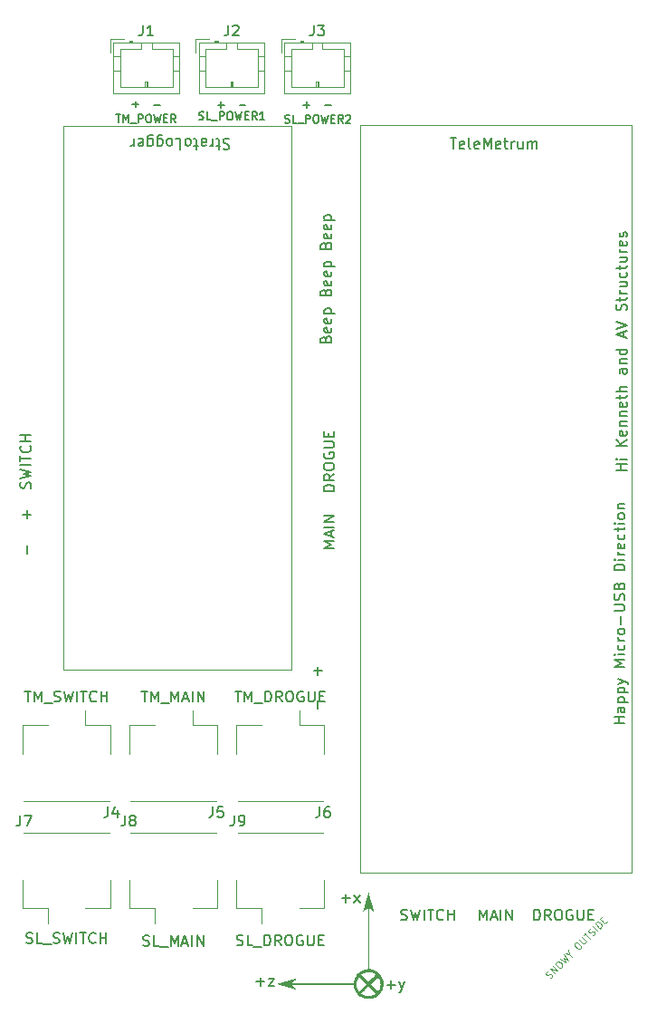
<source format=gbr>
%TF.GenerationSoftware,KiCad,Pcbnew,6.0.1*%
%TF.CreationDate,2022-02-08T14:35:25-06:00*%
%TF.ProjectId,ALTIMETER_HOLDER,414c5449-4d45-4544-9552-5f484f4c4445,rev?*%
%TF.SameCoordinates,Original*%
%TF.FileFunction,Legend,Top*%
%TF.FilePolarity,Positive*%
%FSLAX46Y46*%
G04 Gerber Fmt 4.6, Leading zero omitted, Abs format (unit mm)*
G04 Created by KiCad (PCBNEW 6.0.1) date 2022-02-08 14:35:25*
%MOMM*%
%LPD*%
G01*
G04 APERTURE LIST*
%ADD10C,0.150000*%
%ADD11C,0.200000*%
%ADD12C,0.100000*%
%ADD13C,0.120000*%
G04 APERTURE END LIST*
D10*
X18328571Y-9603571D02*
X18435714Y-9639285D01*
X18614285Y-9639285D01*
X18685714Y-9603571D01*
X18721428Y-9567857D01*
X18757142Y-9496428D01*
X18757142Y-9425000D01*
X18721428Y-9353571D01*
X18685714Y-9317857D01*
X18614285Y-9282142D01*
X18471428Y-9246428D01*
X18400000Y-9210714D01*
X18364285Y-9175000D01*
X18328571Y-9103571D01*
X18328571Y-9032142D01*
X18364285Y-8960714D01*
X18400000Y-8925000D01*
X18471428Y-8889285D01*
X18650000Y-8889285D01*
X18757142Y-8925000D01*
X19435714Y-9639285D02*
X19078571Y-9639285D01*
X19078571Y-8889285D01*
X19507142Y-9710714D02*
X20078571Y-9710714D01*
X20257142Y-9639285D02*
X20257142Y-8889285D01*
X20542857Y-8889285D01*
X20614285Y-8925000D01*
X20650000Y-8960714D01*
X20685714Y-9032142D01*
X20685714Y-9139285D01*
X20650000Y-9210714D01*
X20614285Y-9246428D01*
X20542857Y-9282142D01*
X20257142Y-9282142D01*
X21150000Y-8889285D02*
X21292857Y-8889285D01*
X21364285Y-8925000D01*
X21435714Y-8996428D01*
X21471428Y-9139285D01*
X21471428Y-9389285D01*
X21435714Y-9532142D01*
X21364285Y-9603571D01*
X21292857Y-9639285D01*
X21150000Y-9639285D01*
X21078571Y-9603571D01*
X21007142Y-9532142D01*
X20971428Y-9389285D01*
X20971428Y-9139285D01*
X21007142Y-8996428D01*
X21078571Y-8925000D01*
X21150000Y-8889285D01*
X21721428Y-8889285D02*
X21900000Y-9639285D01*
X22042857Y-9103571D01*
X22185714Y-9639285D01*
X22364285Y-8889285D01*
X22650000Y-9246428D02*
X22900000Y-9246428D01*
X23007142Y-9639285D02*
X22650000Y-9639285D01*
X22650000Y-8889285D01*
X23007142Y-8889285D01*
X23757142Y-9639285D02*
X23507142Y-9282142D01*
X23328571Y-9639285D02*
X23328571Y-8889285D01*
X23614285Y-8889285D01*
X23685714Y-8925000D01*
X23721428Y-8960714D01*
X23757142Y-9032142D01*
X23757142Y-9139285D01*
X23721428Y-9210714D01*
X23685714Y-9246428D01*
X23614285Y-9282142D01*
X23328571Y-9282142D01*
X24471428Y-9639285D02*
X24042857Y-9639285D01*
X24257142Y-9639285D02*
X24257142Y-8889285D01*
X24185714Y-8996428D01*
X24114285Y-9067857D01*
X24042857Y-9103571D01*
X13116666Y-86804761D02*
X13259523Y-86852380D01*
X13497619Y-86852380D01*
X13592857Y-86804761D01*
X13640476Y-86757142D01*
X13688095Y-86661904D01*
X13688095Y-86566666D01*
X13640476Y-86471428D01*
X13592857Y-86423809D01*
X13497619Y-86376190D01*
X13307142Y-86328571D01*
X13211904Y-86280952D01*
X13164285Y-86233333D01*
X13116666Y-86138095D01*
X13116666Y-86042857D01*
X13164285Y-85947619D01*
X13211904Y-85900000D01*
X13307142Y-85852380D01*
X13545238Y-85852380D01*
X13688095Y-85900000D01*
X14592857Y-86852380D02*
X14116666Y-86852380D01*
X14116666Y-85852380D01*
X14688095Y-86947619D02*
X15450000Y-86947619D01*
X15688095Y-86852380D02*
X15688095Y-85852380D01*
X16021428Y-86566666D01*
X16354761Y-85852380D01*
X16354761Y-86852380D01*
X16783333Y-86566666D02*
X17259523Y-86566666D01*
X16688095Y-86852380D02*
X17021428Y-85852380D01*
X17354761Y-86852380D01*
X17688095Y-86852380D02*
X17688095Y-85852380D01*
X18164285Y-86852380D02*
X18164285Y-85852380D01*
X18735714Y-86852380D01*
X18735714Y-85852380D01*
X12114285Y-8203571D02*
X12685714Y-8203571D01*
X12400000Y-8489285D02*
X12400000Y-7917857D01*
D11*
X31714285Y-82371428D02*
X32476190Y-82371428D01*
X32095238Y-82752380D02*
X32095238Y-81990476D01*
X32857142Y-82752380D02*
X33380952Y-82085714D01*
X32857142Y-82085714D02*
X33380952Y-82752380D01*
D10*
X30203571Y-30144047D02*
X30251190Y-30001190D01*
X30298809Y-29953571D01*
X30394047Y-29905952D01*
X30536904Y-29905952D01*
X30632142Y-29953571D01*
X30679761Y-30001190D01*
X30727380Y-30096428D01*
X30727380Y-30477380D01*
X29727380Y-30477380D01*
X29727380Y-30144047D01*
X29775000Y-30048809D01*
X29822619Y-30001190D01*
X29917857Y-29953571D01*
X30013095Y-29953571D01*
X30108333Y-30001190D01*
X30155952Y-30048809D01*
X30203571Y-30144047D01*
X30203571Y-30477380D01*
X30679761Y-29096428D02*
X30727380Y-29191666D01*
X30727380Y-29382142D01*
X30679761Y-29477380D01*
X30584523Y-29525000D01*
X30203571Y-29525000D01*
X30108333Y-29477380D01*
X30060714Y-29382142D01*
X30060714Y-29191666D01*
X30108333Y-29096428D01*
X30203571Y-29048809D01*
X30298809Y-29048809D01*
X30394047Y-29525000D01*
X30679761Y-28239285D02*
X30727380Y-28334523D01*
X30727380Y-28525000D01*
X30679761Y-28620238D01*
X30584523Y-28667857D01*
X30203571Y-28667857D01*
X30108333Y-28620238D01*
X30060714Y-28525000D01*
X30060714Y-28334523D01*
X30108333Y-28239285D01*
X30203571Y-28191666D01*
X30298809Y-28191666D01*
X30394047Y-28667857D01*
X30060714Y-27763095D02*
X31060714Y-27763095D01*
X30108333Y-27763095D02*
X30060714Y-27667857D01*
X30060714Y-27477380D01*
X30108333Y-27382142D01*
X30155952Y-27334523D01*
X30251190Y-27286904D01*
X30536904Y-27286904D01*
X30632142Y-27334523D01*
X30679761Y-27382142D01*
X30727380Y-27477380D01*
X30727380Y-27667857D01*
X30679761Y-27763095D01*
X30203571Y-25763095D02*
X30251190Y-25620238D01*
X30298809Y-25572619D01*
X30394047Y-25525000D01*
X30536904Y-25525000D01*
X30632142Y-25572619D01*
X30679761Y-25620238D01*
X30727380Y-25715476D01*
X30727380Y-26096428D01*
X29727380Y-26096428D01*
X29727380Y-25763095D01*
X29775000Y-25667857D01*
X29822619Y-25620238D01*
X29917857Y-25572619D01*
X30013095Y-25572619D01*
X30108333Y-25620238D01*
X30155952Y-25667857D01*
X30203571Y-25763095D01*
X30203571Y-26096428D01*
X30679761Y-24715476D02*
X30727380Y-24810714D01*
X30727380Y-25001190D01*
X30679761Y-25096428D01*
X30584523Y-25144047D01*
X30203571Y-25144047D01*
X30108333Y-25096428D01*
X30060714Y-25001190D01*
X30060714Y-24810714D01*
X30108333Y-24715476D01*
X30203571Y-24667857D01*
X30298809Y-24667857D01*
X30394047Y-25144047D01*
X30679761Y-23858333D02*
X30727380Y-23953571D01*
X30727380Y-24144047D01*
X30679761Y-24239285D01*
X30584523Y-24286904D01*
X30203571Y-24286904D01*
X30108333Y-24239285D01*
X30060714Y-24144047D01*
X30060714Y-23953571D01*
X30108333Y-23858333D01*
X30203571Y-23810714D01*
X30298809Y-23810714D01*
X30394047Y-24286904D01*
X30060714Y-23382142D02*
X31060714Y-23382142D01*
X30108333Y-23382142D02*
X30060714Y-23286904D01*
X30060714Y-23096428D01*
X30108333Y-23001190D01*
X30155952Y-22953571D01*
X30251190Y-22905952D01*
X30536904Y-22905952D01*
X30632142Y-22953571D01*
X30679761Y-23001190D01*
X30727380Y-23096428D01*
X30727380Y-23286904D01*
X30679761Y-23382142D01*
X30203571Y-21382142D02*
X30251190Y-21239285D01*
X30298809Y-21191666D01*
X30394047Y-21144047D01*
X30536904Y-21144047D01*
X30632142Y-21191666D01*
X30679761Y-21239285D01*
X30727380Y-21334523D01*
X30727380Y-21715476D01*
X29727380Y-21715476D01*
X29727380Y-21382142D01*
X29775000Y-21286904D01*
X29822619Y-21239285D01*
X29917857Y-21191666D01*
X30013095Y-21191666D01*
X30108333Y-21239285D01*
X30155952Y-21286904D01*
X30203571Y-21382142D01*
X30203571Y-21715476D01*
X30679761Y-20334523D02*
X30727380Y-20429761D01*
X30727380Y-20620238D01*
X30679761Y-20715476D01*
X30584523Y-20763095D01*
X30203571Y-20763095D01*
X30108333Y-20715476D01*
X30060714Y-20620238D01*
X30060714Y-20429761D01*
X30108333Y-20334523D01*
X30203571Y-20286904D01*
X30298809Y-20286904D01*
X30394047Y-20763095D01*
X30679761Y-19477380D02*
X30727380Y-19572619D01*
X30727380Y-19763095D01*
X30679761Y-19858333D01*
X30584523Y-19905952D01*
X30203571Y-19905952D01*
X30108333Y-19858333D01*
X30060714Y-19763095D01*
X30060714Y-19572619D01*
X30108333Y-19477380D01*
X30203571Y-19429761D01*
X30298809Y-19429761D01*
X30394047Y-19905952D01*
X30060714Y-19001190D02*
X31060714Y-19001190D01*
X30108333Y-19001190D02*
X30060714Y-18905952D01*
X30060714Y-18715476D01*
X30108333Y-18620238D01*
X30155952Y-18572619D01*
X30251190Y-18525000D01*
X30536904Y-18525000D01*
X30632142Y-18572619D01*
X30679761Y-18620238D01*
X30727380Y-18715476D01*
X30727380Y-18905952D01*
X30679761Y-19001190D01*
X10560714Y-9139285D02*
X10989285Y-9139285D01*
X10775000Y-9889285D02*
X10775000Y-9139285D01*
X11239285Y-9889285D02*
X11239285Y-9139285D01*
X11489285Y-9675000D01*
X11739285Y-9139285D01*
X11739285Y-9889285D01*
X11917857Y-9960714D02*
X12489285Y-9960714D01*
X12667857Y-9889285D02*
X12667857Y-9139285D01*
X12953571Y-9139285D01*
X13025000Y-9175000D01*
X13060714Y-9210714D01*
X13096428Y-9282142D01*
X13096428Y-9389285D01*
X13060714Y-9460714D01*
X13025000Y-9496428D01*
X12953571Y-9532142D01*
X12667857Y-9532142D01*
X13560714Y-9139285D02*
X13703571Y-9139285D01*
X13775000Y-9175000D01*
X13846428Y-9246428D01*
X13882142Y-9389285D01*
X13882142Y-9639285D01*
X13846428Y-9782142D01*
X13775000Y-9853571D01*
X13703571Y-9889285D01*
X13560714Y-9889285D01*
X13489285Y-9853571D01*
X13417857Y-9782142D01*
X13382142Y-9639285D01*
X13382142Y-9389285D01*
X13417857Y-9246428D01*
X13489285Y-9175000D01*
X13560714Y-9139285D01*
X14132142Y-9139285D02*
X14310714Y-9889285D01*
X14453571Y-9353571D01*
X14596428Y-9889285D01*
X14775000Y-9139285D01*
X15060714Y-9496428D02*
X15310714Y-9496428D01*
X15417857Y-9889285D02*
X15060714Y-9889285D01*
X15060714Y-9139285D01*
X15417857Y-9139285D01*
X16167857Y-9889285D02*
X15917857Y-9532142D01*
X15739285Y-9889285D02*
X15739285Y-9139285D01*
X16025000Y-9139285D01*
X16096428Y-9175000D01*
X16132142Y-9210714D01*
X16167857Y-9282142D01*
X16167857Y-9389285D01*
X16132142Y-9460714D01*
X16096428Y-9496428D01*
X16025000Y-9532142D01*
X15739285Y-9532142D01*
X58177380Y-66038095D02*
X57177380Y-66038095D01*
X57653571Y-66038095D02*
X57653571Y-65466666D01*
X58177380Y-65466666D02*
X57177380Y-65466666D01*
X58177380Y-64561904D02*
X57653571Y-64561904D01*
X57558333Y-64609523D01*
X57510714Y-64704761D01*
X57510714Y-64895238D01*
X57558333Y-64990476D01*
X58129761Y-64561904D02*
X58177380Y-64657142D01*
X58177380Y-64895238D01*
X58129761Y-64990476D01*
X58034523Y-65038095D01*
X57939285Y-65038095D01*
X57844047Y-64990476D01*
X57796428Y-64895238D01*
X57796428Y-64657142D01*
X57748809Y-64561904D01*
X57510714Y-64085714D02*
X58510714Y-64085714D01*
X57558333Y-64085714D02*
X57510714Y-63990476D01*
X57510714Y-63800000D01*
X57558333Y-63704761D01*
X57605952Y-63657142D01*
X57701190Y-63609523D01*
X57986904Y-63609523D01*
X58082142Y-63657142D01*
X58129761Y-63704761D01*
X58177380Y-63800000D01*
X58177380Y-63990476D01*
X58129761Y-64085714D01*
X57510714Y-63180952D02*
X58510714Y-63180952D01*
X57558333Y-63180952D02*
X57510714Y-63085714D01*
X57510714Y-62895238D01*
X57558333Y-62800000D01*
X57605952Y-62752380D01*
X57701190Y-62704761D01*
X57986904Y-62704761D01*
X58082142Y-62752380D01*
X58129761Y-62800000D01*
X58177380Y-62895238D01*
X58177380Y-63085714D01*
X58129761Y-63180952D01*
X57510714Y-62371428D02*
X58177380Y-62133333D01*
X57510714Y-61895238D02*
X58177380Y-62133333D01*
X58415476Y-62228571D01*
X58463095Y-62276190D01*
X58510714Y-62371428D01*
X58177380Y-60752380D02*
X57177380Y-60752380D01*
X57891666Y-60419047D01*
X57177380Y-60085714D01*
X58177380Y-60085714D01*
X58177380Y-59609523D02*
X57510714Y-59609523D01*
X57177380Y-59609523D02*
X57225000Y-59657142D01*
X57272619Y-59609523D01*
X57225000Y-59561904D01*
X57177380Y-59609523D01*
X57272619Y-59609523D01*
X58129761Y-58704761D02*
X58177380Y-58800000D01*
X58177380Y-58990476D01*
X58129761Y-59085714D01*
X58082142Y-59133333D01*
X57986904Y-59180952D01*
X57701190Y-59180952D01*
X57605952Y-59133333D01*
X57558333Y-59085714D01*
X57510714Y-58990476D01*
X57510714Y-58800000D01*
X57558333Y-58704761D01*
X58177380Y-58276190D02*
X57510714Y-58276190D01*
X57701190Y-58276190D02*
X57605952Y-58228571D01*
X57558333Y-58180952D01*
X57510714Y-58085714D01*
X57510714Y-57990476D01*
X58177380Y-57514285D02*
X58129761Y-57609523D01*
X58082142Y-57657142D01*
X57986904Y-57704761D01*
X57701190Y-57704761D01*
X57605952Y-57657142D01*
X57558333Y-57609523D01*
X57510714Y-57514285D01*
X57510714Y-57371428D01*
X57558333Y-57276190D01*
X57605952Y-57228571D01*
X57701190Y-57180952D01*
X57986904Y-57180952D01*
X58082142Y-57228571D01*
X58129761Y-57276190D01*
X58177380Y-57371428D01*
X58177380Y-57514285D01*
X57796428Y-56752380D02*
X57796428Y-55990476D01*
X57177380Y-55514285D02*
X57986904Y-55514285D01*
X58082142Y-55466666D01*
X58129761Y-55419047D01*
X58177380Y-55323809D01*
X58177380Y-55133333D01*
X58129761Y-55038095D01*
X58082142Y-54990476D01*
X57986904Y-54942857D01*
X57177380Y-54942857D01*
X58129761Y-54514285D02*
X58177380Y-54371428D01*
X58177380Y-54133333D01*
X58129761Y-54038095D01*
X58082142Y-53990476D01*
X57986904Y-53942857D01*
X57891666Y-53942857D01*
X57796428Y-53990476D01*
X57748809Y-54038095D01*
X57701190Y-54133333D01*
X57653571Y-54323809D01*
X57605952Y-54419047D01*
X57558333Y-54466666D01*
X57463095Y-54514285D01*
X57367857Y-54514285D01*
X57272619Y-54466666D01*
X57225000Y-54419047D01*
X57177380Y-54323809D01*
X57177380Y-54085714D01*
X57225000Y-53942857D01*
X57653571Y-53180952D02*
X57701190Y-53038095D01*
X57748809Y-52990476D01*
X57844047Y-52942857D01*
X57986904Y-52942857D01*
X58082142Y-52990476D01*
X58129761Y-53038095D01*
X58177380Y-53133333D01*
X58177380Y-53514285D01*
X57177380Y-53514285D01*
X57177380Y-53180952D01*
X57225000Y-53085714D01*
X57272619Y-53038095D01*
X57367857Y-52990476D01*
X57463095Y-52990476D01*
X57558333Y-53038095D01*
X57605952Y-53085714D01*
X57653571Y-53180952D01*
X57653571Y-53514285D01*
X58177380Y-51752380D02*
X57177380Y-51752380D01*
X57177380Y-51514285D01*
X57225000Y-51371428D01*
X57320238Y-51276190D01*
X57415476Y-51228571D01*
X57605952Y-51180952D01*
X57748809Y-51180952D01*
X57939285Y-51228571D01*
X58034523Y-51276190D01*
X58129761Y-51371428D01*
X58177380Y-51514285D01*
X58177380Y-51752380D01*
X58177380Y-50752380D02*
X57510714Y-50752380D01*
X57177380Y-50752380D02*
X57225000Y-50800000D01*
X57272619Y-50752380D01*
X57225000Y-50704761D01*
X57177380Y-50752380D01*
X57272619Y-50752380D01*
X58177380Y-50276190D02*
X57510714Y-50276190D01*
X57701190Y-50276190D02*
X57605952Y-50228571D01*
X57558333Y-50180952D01*
X57510714Y-50085714D01*
X57510714Y-49990476D01*
X58129761Y-49276190D02*
X58177380Y-49371428D01*
X58177380Y-49561904D01*
X58129761Y-49657142D01*
X58034523Y-49704761D01*
X57653571Y-49704761D01*
X57558333Y-49657142D01*
X57510714Y-49561904D01*
X57510714Y-49371428D01*
X57558333Y-49276190D01*
X57653571Y-49228571D01*
X57748809Y-49228571D01*
X57844047Y-49704761D01*
X58129761Y-48371428D02*
X58177380Y-48466666D01*
X58177380Y-48657142D01*
X58129761Y-48752380D01*
X58082142Y-48800000D01*
X57986904Y-48847619D01*
X57701190Y-48847619D01*
X57605952Y-48800000D01*
X57558333Y-48752380D01*
X57510714Y-48657142D01*
X57510714Y-48466666D01*
X57558333Y-48371428D01*
X57510714Y-48085714D02*
X57510714Y-47704761D01*
X57177380Y-47942857D02*
X58034523Y-47942857D01*
X58129761Y-47895238D01*
X58177380Y-47800000D01*
X58177380Y-47704761D01*
X58177380Y-47371428D02*
X57510714Y-47371428D01*
X57177380Y-47371428D02*
X57225000Y-47419047D01*
X57272619Y-47371428D01*
X57225000Y-47323809D01*
X57177380Y-47371428D01*
X57272619Y-47371428D01*
X58177380Y-46752380D02*
X58129761Y-46847619D01*
X58082142Y-46895238D01*
X57986904Y-46942857D01*
X57701190Y-46942857D01*
X57605952Y-46895238D01*
X57558333Y-46847619D01*
X57510714Y-46752380D01*
X57510714Y-46609523D01*
X57558333Y-46514285D01*
X57605952Y-46466666D01*
X57701190Y-46419047D01*
X57986904Y-46419047D01*
X58082142Y-46466666D01*
X58129761Y-46514285D01*
X58177380Y-46609523D01*
X58177380Y-46752380D01*
X57510714Y-45990476D02*
X58177380Y-45990476D01*
X57605952Y-45990476D02*
X57558333Y-45942857D01*
X57510714Y-45847619D01*
X57510714Y-45704761D01*
X57558333Y-45609523D01*
X57653571Y-45561904D01*
X58177380Y-45561904D01*
X22114285Y-8303571D02*
X22685714Y-8303571D01*
D12*
X51165866Y-89856206D02*
X51253413Y-89812433D01*
X51362846Y-89702999D01*
X51384732Y-89637339D01*
X51384732Y-89593566D01*
X51362846Y-89527906D01*
X51319073Y-89484133D01*
X51253413Y-89462246D01*
X51209639Y-89462246D01*
X51143979Y-89484133D01*
X51034546Y-89549793D01*
X50968886Y-89571680D01*
X50925113Y-89571680D01*
X50859453Y-89549793D01*
X50815680Y-89506020D01*
X50793793Y-89440360D01*
X50793793Y-89396586D01*
X50815680Y-89330926D01*
X50925113Y-89221493D01*
X51012660Y-89177720D01*
X51647372Y-89418473D02*
X51187753Y-88958854D01*
X51910012Y-89155833D01*
X51450392Y-88696214D01*
X51756805Y-88389801D02*
X51844352Y-88302254D01*
X51910012Y-88280368D01*
X51997558Y-88280368D01*
X52106991Y-88346028D01*
X52260198Y-88499234D01*
X52325858Y-88608667D01*
X52325858Y-88696214D01*
X52303971Y-88761874D01*
X52216425Y-88849420D01*
X52150765Y-88871307D01*
X52063218Y-88871307D01*
X51953785Y-88805647D01*
X51800579Y-88652441D01*
X51734919Y-88543008D01*
X51734919Y-88455461D01*
X51756805Y-88389801D01*
X52106991Y-88039615D02*
X52676044Y-88389801D01*
X52435291Y-87973955D01*
X52851137Y-88214708D01*
X52500951Y-87645655D01*
X53004344Y-87623769D02*
X53223210Y-87842635D01*
X52610384Y-87536222D02*
X53004344Y-87623769D01*
X52916797Y-87229809D01*
X53507736Y-86638870D02*
X53595283Y-86551323D01*
X53660943Y-86529437D01*
X53748489Y-86529437D01*
X53857923Y-86595097D01*
X54011129Y-86748303D01*
X54076789Y-86857736D01*
X54076789Y-86945283D01*
X54054902Y-87010943D01*
X53967356Y-87098489D01*
X53901696Y-87120376D01*
X53814149Y-87120376D01*
X53704716Y-87054716D01*
X53551510Y-86901510D01*
X53485850Y-86792076D01*
X53485850Y-86704530D01*
X53507736Y-86638870D01*
X53901696Y-86244910D02*
X54273769Y-86616983D01*
X54339429Y-86638870D01*
X54383202Y-86638870D01*
X54448862Y-86616983D01*
X54536408Y-86529437D01*
X54558295Y-86463777D01*
X54558295Y-86420004D01*
X54536408Y-86354344D01*
X54164336Y-85982271D01*
X54317542Y-85829064D02*
X54580182Y-85566425D01*
X54908481Y-86157364D02*
X54448862Y-85697745D01*
X55149234Y-85872838D02*
X55236781Y-85829064D01*
X55346214Y-85719631D01*
X55368101Y-85653971D01*
X55368101Y-85610198D01*
X55346214Y-85544538D01*
X55302441Y-85500765D01*
X55236781Y-85478878D01*
X55193008Y-85478878D01*
X55127348Y-85500765D01*
X55017914Y-85566425D01*
X54952254Y-85588311D01*
X54908481Y-85588311D01*
X54842821Y-85566425D01*
X54799048Y-85522651D01*
X54777161Y-85456991D01*
X54777161Y-85413218D01*
X54799048Y-85347558D01*
X54908481Y-85238125D01*
X54996028Y-85194352D01*
X55630740Y-85435105D02*
X55171121Y-84975485D01*
X55849607Y-85216238D02*
X55389987Y-84756619D01*
X55499420Y-84647186D01*
X55586967Y-84603413D01*
X55674514Y-84603413D01*
X55740173Y-84625299D01*
X55849607Y-84690959D01*
X55915267Y-84756619D01*
X55980926Y-84866052D01*
X56002813Y-84931712D01*
X56002813Y-85019259D01*
X55959040Y-85106805D01*
X55849607Y-85216238D01*
X56068473Y-84515866D02*
X56221680Y-84362660D01*
X56528092Y-84537753D02*
X56309226Y-84756619D01*
X55849607Y-84297000D01*
X56068473Y-84078133D01*
D10*
X26378571Y-9903571D02*
X26485714Y-9939285D01*
X26664285Y-9939285D01*
X26735714Y-9903571D01*
X26771428Y-9867857D01*
X26807142Y-9796428D01*
X26807142Y-9725000D01*
X26771428Y-9653571D01*
X26735714Y-9617857D01*
X26664285Y-9582142D01*
X26521428Y-9546428D01*
X26450000Y-9510714D01*
X26414285Y-9475000D01*
X26378571Y-9403571D01*
X26378571Y-9332142D01*
X26414285Y-9260714D01*
X26450000Y-9225000D01*
X26521428Y-9189285D01*
X26700000Y-9189285D01*
X26807142Y-9225000D01*
X27485714Y-9939285D02*
X27128571Y-9939285D01*
X27128571Y-9189285D01*
X27557142Y-10010714D02*
X28128571Y-10010714D01*
X28307142Y-9939285D02*
X28307142Y-9189285D01*
X28592857Y-9189285D01*
X28664285Y-9225000D01*
X28700000Y-9260714D01*
X28735714Y-9332142D01*
X28735714Y-9439285D01*
X28700000Y-9510714D01*
X28664285Y-9546428D01*
X28592857Y-9582142D01*
X28307142Y-9582142D01*
X29200000Y-9189285D02*
X29342857Y-9189285D01*
X29414285Y-9225000D01*
X29485714Y-9296428D01*
X29521428Y-9439285D01*
X29521428Y-9689285D01*
X29485714Y-9832142D01*
X29414285Y-9903571D01*
X29342857Y-9939285D01*
X29200000Y-9939285D01*
X29128571Y-9903571D01*
X29057142Y-9832142D01*
X29021428Y-9689285D01*
X29021428Y-9439285D01*
X29057142Y-9296428D01*
X29128571Y-9225000D01*
X29200000Y-9189285D01*
X29771428Y-9189285D02*
X29950000Y-9939285D01*
X30092857Y-9403571D01*
X30235714Y-9939285D01*
X30414285Y-9189285D01*
X30700000Y-9546428D02*
X30950000Y-9546428D01*
X31057142Y-9939285D02*
X30700000Y-9939285D01*
X30700000Y-9189285D01*
X31057142Y-9189285D01*
X31807142Y-9939285D02*
X31557142Y-9582142D01*
X31378571Y-9939285D02*
X31378571Y-9189285D01*
X31664285Y-9189285D01*
X31735714Y-9225000D01*
X31771428Y-9260714D01*
X31807142Y-9332142D01*
X31807142Y-9439285D01*
X31771428Y-9510714D01*
X31735714Y-9546428D01*
X31664285Y-9582142D01*
X31378571Y-9582142D01*
X32092857Y-9260714D02*
X32128571Y-9225000D01*
X32200000Y-9189285D01*
X32378571Y-9189285D01*
X32450000Y-9225000D01*
X32485714Y-9260714D01*
X32521428Y-9332142D01*
X32521428Y-9403571D01*
X32485714Y-9510714D01*
X32057142Y-9939285D01*
X32521428Y-9939285D01*
X2188095Y-86554761D02*
X2330952Y-86602380D01*
X2569047Y-86602380D01*
X2664285Y-86554761D01*
X2711904Y-86507142D01*
X2759523Y-86411904D01*
X2759523Y-86316666D01*
X2711904Y-86221428D01*
X2664285Y-86173809D01*
X2569047Y-86126190D01*
X2378571Y-86078571D01*
X2283333Y-86030952D01*
X2235714Y-85983333D01*
X2188095Y-85888095D01*
X2188095Y-85792857D01*
X2235714Y-85697619D01*
X2283333Y-85650000D01*
X2378571Y-85602380D01*
X2616666Y-85602380D01*
X2759523Y-85650000D01*
X3664285Y-86602380D02*
X3188095Y-86602380D01*
X3188095Y-85602380D01*
X3759523Y-86697619D02*
X4521428Y-86697619D01*
X4711904Y-86554761D02*
X4854761Y-86602380D01*
X5092857Y-86602380D01*
X5188095Y-86554761D01*
X5235714Y-86507142D01*
X5283333Y-86411904D01*
X5283333Y-86316666D01*
X5235714Y-86221428D01*
X5188095Y-86173809D01*
X5092857Y-86126190D01*
X4902380Y-86078571D01*
X4807142Y-86030952D01*
X4759523Y-85983333D01*
X4711904Y-85888095D01*
X4711904Y-85792857D01*
X4759523Y-85697619D01*
X4807142Y-85650000D01*
X4902380Y-85602380D01*
X5140476Y-85602380D01*
X5283333Y-85650000D01*
X5616666Y-85602380D02*
X5854761Y-86602380D01*
X6045238Y-85888095D01*
X6235714Y-86602380D01*
X6473809Y-85602380D01*
X6854761Y-86602380D02*
X6854761Y-85602380D01*
X7188095Y-85602380D02*
X7759523Y-85602380D01*
X7473809Y-86602380D02*
X7473809Y-85602380D01*
X8664285Y-86507142D02*
X8616666Y-86554761D01*
X8473809Y-86602380D01*
X8378571Y-86602380D01*
X8235714Y-86554761D01*
X8140476Y-86459523D01*
X8092857Y-86364285D01*
X8045238Y-86173809D01*
X8045238Y-86030952D01*
X8092857Y-85840476D01*
X8140476Y-85745238D01*
X8235714Y-85650000D01*
X8378571Y-85602380D01*
X8473809Y-85602380D01*
X8616666Y-85650000D01*
X8664285Y-85697619D01*
X9092857Y-86602380D02*
X9092857Y-85602380D01*
X9092857Y-86078571D02*
X9664285Y-86078571D01*
X9664285Y-86602380D02*
X9664285Y-85602380D01*
X58352380Y-42395238D02*
X57352380Y-42395238D01*
X57828571Y-42395238D02*
X57828571Y-41823809D01*
X58352380Y-41823809D02*
X57352380Y-41823809D01*
X58352380Y-41347619D02*
X57685714Y-41347619D01*
X57352380Y-41347619D02*
X57400000Y-41395238D01*
X57447619Y-41347619D01*
X57400000Y-41300000D01*
X57352380Y-41347619D01*
X57447619Y-41347619D01*
X58352380Y-40109523D02*
X57352380Y-40109523D01*
X58352380Y-39538095D02*
X57780952Y-39966666D01*
X57352380Y-39538095D02*
X57923809Y-40109523D01*
X58304761Y-38728571D02*
X58352380Y-38823809D01*
X58352380Y-39014285D01*
X58304761Y-39109523D01*
X58209523Y-39157142D01*
X57828571Y-39157142D01*
X57733333Y-39109523D01*
X57685714Y-39014285D01*
X57685714Y-38823809D01*
X57733333Y-38728571D01*
X57828571Y-38680952D01*
X57923809Y-38680952D01*
X58019047Y-39157142D01*
X57685714Y-38252380D02*
X58352380Y-38252380D01*
X57780952Y-38252380D02*
X57733333Y-38204761D01*
X57685714Y-38109523D01*
X57685714Y-37966666D01*
X57733333Y-37871428D01*
X57828571Y-37823809D01*
X58352380Y-37823809D01*
X57685714Y-37347619D02*
X58352380Y-37347619D01*
X57780952Y-37347619D02*
X57733333Y-37300000D01*
X57685714Y-37204761D01*
X57685714Y-37061904D01*
X57733333Y-36966666D01*
X57828571Y-36919047D01*
X58352380Y-36919047D01*
X58304761Y-36061904D02*
X58352380Y-36157142D01*
X58352380Y-36347619D01*
X58304761Y-36442857D01*
X58209523Y-36490476D01*
X57828571Y-36490476D01*
X57733333Y-36442857D01*
X57685714Y-36347619D01*
X57685714Y-36157142D01*
X57733333Y-36061904D01*
X57828571Y-36014285D01*
X57923809Y-36014285D01*
X58019047Y-36490476D01*
X57685714Y-35728571D02*
X57685714Y-35347619D01*
X57352380Y-35585714D02*
X58209523Y-35585714D01*
X58304761Y-35538095D01*
X58352380Y-35442857D01*
X58352380Y-35347619D01*
X58352380Y-35014285D02*
X57352380Y-35014285D01*
X58352380Y-34585714D02*
X57828571Y-34585714D01*
X57733333Y-34633333D01*
X57685714Y-34728571D01*
X57685714Y-34871428D01*
X57733333Y-34966666D01*
X57780952Y-35014285D01*
X58352380Y-32919047D02*
X57828571Y-32919047D01*
X57733333Y-32966666D01*
X57685714Y-33061904D01*
X57685714Y-33252380D01*
X57733333Y-33347619D01*
X58304761Y-32919047D02*
X58352380Y-33014285D01*
X58352380Y-33252380D01*
X58304761Y-33347619D01*
X58209523Y-33395238D01*
X58114285Y-33395238D01*
X58019047Y-33347619D01*
X57971428Y-33252380D01*
X57971428Y-33014285D01*
X57923809Y-32919047D01*
X57685714Y-32442857D02*
X58352380Y-32442857D01*
X57780952Y-32442857D02*
X57733333Y-32395238D01*
X57685714Y-32300000D01*
X57685714Y-32157142D01*
X57733333Y-32061904D01*
X57828571Y-32014285D01*
X58352380Y-32014285D01*
X58352380Y-31109523D02*
X57352380Y-31109523D01*
X58304761Y-31109523D02*
X58352380Y-31204761D01*
X58352380Y-31395238D01*
X58304761Y-31490476D01*
X58257142Y-31538095D01*
X58161904Y-31585714D01*
X57876190Y-31585714D01*
X57780952Y-31538095D01*
X57733333Y-31490476D01*
X57685714Y-31395238D01*
X57685714Y-31204761D01*
X57733333Y-31109523D01*
X58066666Y-29919047D02*
X58066666Y-29442857D01*
X58352380Y-30014285D02*
X57352380Y-29680952D01*
X58352380Y-29347619D01*
X57352380Y-29157142D02*
X58352380Y-28823809D01*
X57352380Y-28490476D01*
X58304761Y-27442857D02*
X58352380Y-27300000D01*
X58352380Y-27061904D01*
X58304761Y-26966666D01*
X58257142Y-26919047D01*
X58161904Y-26871428D01*
X58066666Y-26871428D01*
X57971428Y-26919047D01*
X57923809Y-26966666D01*
X57876190Y-27061904D01*
X57828571Y-27252380D01*
X57780952Y-27347619D01*
X57733333Y-27395238D01*
X57638095Y-27442857D01*
X57542857Y-27442857D01*
X57447619Y-27395238D01*
X57400000Y-27347619D01*
X57352380Y-27252380D01*
X57352380Y-27014285D01*
X57400000Y-26871428D01*
X57685714Y-26585714D02*
X57685714Y-26204761D01*
X57352380Y-26442857D02*
X58209523Y-26442857D01*
X58304761Y-26395238D01*
X58352380Y-26300000D01*
X58352380Y-26204761D01*
X58352380Y-25871428D02*
X57685714Y-25871428D01*
X57876190Y-25871428D02*
X57780952Y-25823809D01*
X57733333Y-25776190D01*
X57685714Y-25680952D01*
X57685714Y-25585714D01*
X57685714Y-24823809D02*
X58352380Y-24823809D01*
X57685714Y-25252380D02*
X58209523Y-25252380D01*
X58304761Y-25204761D01*
X58352380Y-25109523D01*
X58352380Y-24966666D01*
X58304761Y-24871428D01*
X58257142Y-24823809D01*
X58304761Y-23919047D02*
X58352380Y-24014285D01*
X58352380Y-24204761D01*
X58304761Y-24300000D01*
X58257142Y-24347619D01*
X58161904Y-24395238D01*
X57876190Y-24395238D01*
X57780952Y-24347619D01*
X57733333Y-24300000D01*
X57685714Y-24204761D01*
X57685714Y-24014285D01*
X57733333Y-23919047D01*
X57685714Y-23633333D02*
X57685714Y-23252380D01*
X57352380Y-23490476D02*
X58209523Y-23490476D01*
X58304761Y-23442857D01*
X58352380Y-23347619D01*
X58352380Y-23252380D01*
X57685714Y-22490476D02*
X58352380Y-22490476D01*
X57685714Y-22919047D02*
X58209523Y-22919047D01*
X58304761Y-22871428D01*
X58352380Y-22776190D01*
X58352380Y-22633333D01*
X58304761Y-22538095D01*
X58257142Y-22490476D01*
X58352380Y-22014285D02*
X57685714Y-22014285D01*
X57876190Y-22014285D02*
X57780952Y-21966666D01*
X57733333Y-21919047D01*
X57685714Y-21823809D01*
X57685714Y-21728571D01*
X58304761Y-21014285D02*
X58352380Y-21109523D01*
X58352380Y-21300000D01*
X58304761Y-21395238D01*
X58209523Y-21442857D01*
X57828571Y-21442857D01*
X57733333Y-21395238D01*
X57685714Y-21300000D01*
X57685714Y-21109523D01*
X57733333Y-21014285D01*
X57828571Y-20966666D01*
X57923809Y-20966666D01*
X58019047Y-21442857D01*
X58304761Y-20585714D02*
X58352380Y-20490476D01*
X58352380Y-20300000D01*
X58304761Y-20204761D01*
X58209523Y-20157142D01*
X58161904Y-20157142D01*
X58066666Y-20204761D01*
X58019047Y-20300000D01*
X58019047Y-20442857D01*
X57971428Y-20538095D01*
X57876190Y-20585714D01*
X57828571Y-20585714D01*
X57733333Y-20538095D01*
X57685714Y-20442857D01*
X57685714Y-20300000D01*
X57733333Y-20204761D01*
X2021428Y-63027380D02*
X2592857Y-63027380D01*
X2307142Y-64027380D02*
X2307142Y-63027380D01*
X2926190Y-64027380D02*
X2926190Y-63027380D01*
X3259523Y-63741666D01*
X3592857Y-63027380D01*
X3592857Y-64027380D01*
X3830952Y-64122619D02*
X4592857Y-64122619D01*
X4783333Y-63979761D02*
X4926190Y-64027380D01*
X5164285Y-64027380D01*
X5259523Y-63979761D01*
X5307142Y-63932142D01*
X5354761Y-63836904D01*
X5354761Y-63741666D01*
X5307142Y-63646428D01*
X5259523Y-63598809D01*
X5164285Y-63551190D01*
X4973809Y-63503571D01*
X4878571Y-63455952D01*
X4830952Y-63408333D01*
X4783333Y-63313095D01*
X4783333Y-63217857D01*
X4830952Y-63122619D01*
X4878571Y-63075000D01*
X4973809Y-63027380D01*
X5211904Y-63027380D01*
X5354761Y-63075000D01*
X5688095Y-63027380D02*
X5926190Y-64027380D01*
X6116666Y-63313095D01*
X6307142Y-64027380D01*
X6545238Y-63027380D01*
X6926190Y-64027380D02*
X6926190Y-63027380D01*
X7259523Y-63027380D02*
X7830952Y-63027380D01*
X7545238Y-64027380D02*
X7545238Y-63027380D01*
X8735714Y-63932142D02*
X8688095Y-63979761D01*
X8545238Y-64027380D01*
X8449999Y-64027380D01*
X8307142Y-63979761D01*
X8211904Y-63884523D01*
X8164285Y-63789285D01*
X8116666Y-63598809D01*
X8116666Y-63455952D01*
X8164285Y-63265476D01*
X8211904Y-63170238D01*
X8307142Y-63075000D01*
X8449999Y-63027380D01*
X8545238Y-63027380D01*
X8688095Y-63075000D01*
X8735714Y-63122619D01*
X9164285Y-64027380D02*
X9164285Y-63027380D01*
X9164285Y-63503571D02*
X9735714Y-63503571D01*
X9735714Y-64027380D02*
X9735714Y-63027380D01*
X21878571Y-86754761D02*
X22021428Y-86802380D01*
X22259523Y-86802380D01*
X22354761Y-86754761D01*
X22402380Y-86707142D01*
X22450000Y-86611904D01*
X22450000Y-86516666D01*
X22402380Y-86421428D01*
X22354761Y-86373809D01*
X22259523Y-86326190D01*
X22069047Y-86278571D01*
X21973809Y-86230952D01*
X21926190Y-86183333D01*
X21878571Y-86088095D01*
X21878571Y-85992857D01*
X21926190Y-85897619D01*
X21973809Y-85850000D01*
X22069047Y-85802380D01*
X22307142Y-85802380D01*
X22450000Y-85850000D01*
X23354761Y-86802380D02*
X22878571Y-86802380D01*
X22878571Y-85802380D01*
X23450000Y-86897619D02*
X24211904Y-86897619D01*
X24450000Y-86802380D02*
X24450000Y-85802380D01*
X24688095Y-85802380D01*
X24830952Y-85850000D01*
X24926190Y-85945238D01*
X24973809Y-86040476D01*
X25021428Y-86230952D01*
X25021428Y-86373809D01*
X24973809Y-86564285D01*
X24926190Y-86659523D01*
X24830952Y-86754761D01*
X24688095Y-86802380D01*
X24450000Y-86802380D01*
X26021428Y-86802380D02*
X25688095Y-86326190D01*
X25450000Y-86802380D02*
X25450000Y-85802380D01*
X25830952Y-85802380D01*
X25926190Y-85850000D01*
X25973809Y-85897619D01*
X26021428Y-85992857D01*
X26021428Y-86135714D01*
X25973809Y-86230952D01*
X25926190Y-86278571D01*
X25830952Y-86326190D01*
X25450000Y-86326190D01*
X26640476Y-85802380D02*
X26830952Y-85802380D01*
X26926190Y-85850000D01*
X27021428Y-85945238D01*
X27069047Y-86135714D01*
X27069047Y-86469047D01*
X27021428Y-86659523D01*
X26926190Y-86754761D01*
X26830952Y-86802380D01*
X26640476Y-86802380D01*
X26545238Y-86754761D01*
X26450000Y-86659523D01*
X26402380Y-86469047D01*
X26402380Y-86135714D01*
X26450000Y-85945238D01*
X26545238Y-85850000D01*
X26640476Y-85802380D01*
X28021428Y-85850000D02*
X27926190Y-85802380D01*
X27783333Y-85802380D01*
X27640476Y-85850000D01*
X27545238Y-85945238D01*
X27497619Y-86040476D01*
X27450000Y-86230952D01*
X27450000Y-86373809D01*
X27497619Y-86564285D01*
X27545238Y-86659523D01*
X27640476Y-86754761D01*
X27783333Y-86802380D01*
X27878571Y-86802380D01*
X28021428Y-86754761D01*
X28069047Y-86707142D01*
X28069047Y-86373809D01*
X27878571Y-86373809D01*
X28497619Y-85802380D02*
X28497619Y-86611904D01*
X28545238Y-86707142D01*
X28592857Y-86754761D01*
X28688095Y-86802380D01*
X28878571Y-86802380D01*
X28973809Y-86754761D01*
X29021428Y-86707142D01*
X29069047Y-86611904D01*
X29069047Y-85802380D01*
X29545238Y-86278571D02*
X29878571Y-86278571D01*
X30021428Y-86802380D02*
X29545238Y-86802380D01*
X29545238Y-85802380D01*
X30021428Y-85802380D01*
X30114285Y-8303571D02*
X30685714Y-8303571D01*
D11*
X23714285Y-90171428D02*
X24476190Y-90171428D01*
X24095238Y-90552380D02*
X24095238Y-89790476D01*
X24857142Y-89885714D02*
X25380952Y-89885714D01*
X24857142Y-90552380D01*
X25380952Y-90552380D01*
D10*
X28114285Y-8253571D02*
X28685714Y-8253571D01*
X28400000Y-8539285D02*
X28400000Y-7967857D01*
X20114285Y-8253571D02*
X20685714Y-8253571D01*
X20400000Y-8539285D02*
X20400000Y-7967857D01*
X14114285Y-8253571D02*
X14685714Y-8253571D01*
X12950000Y-63027380D02*
X13521428Y-63027380D01*
X13235714Y-64027380D02*
X13235714Y-63027380D01*
X13854761Y-64027380D02*
X13854761Y-63027380D01*
X14188095Y-63741666D01*
X14521428Y-63027380D01*
X14521428Y-64027380D01*
X14759523Y-64122619D02*
X15521428Y-64122619D01*
X15759523Y-64027380D02*
X15759523Y-63027380D01*
X16092857Y-63741666D01*
X16426190Y-63027380D01*
X16426190Y-64027380D01*
X16854761Y-63741666D02*
X17330952Y-63741666D01*
X16759523Y-64027380D02*
X17092857Y-63027380D01*
X17426190Y-64027380D01*
X17759523Y-64027380D02*
X17759523Y-63027380D01*
X18235714Y-64027380D02*
X18235714Y-63027380D01*
X18807142Y-64027380D01*
X18807142Y-63027380D01*
D11*
X35938095Y-90471428D02*
X36700000Y-90471428D01*
X36319047Y-90852380D02*
X36319047Y-90090476D01*
X37080952Y-90185714D02*
X37319047Y-90852380D01*
X37557142Y-90185714D02*
X37319047Y-90852380D01*
X37223809Y-91090476D01*
X37176190Y-91138095D01*
X37080952Y-91185714D01*
D10*
X21711904Y-63027380D02*
X22283333Y-63027380D01*
X21997619Y-64027380D02*
X21997619Y-63027380D01*
X22616666Y-64027380D02*
X22616666Y-63027380D01*
X22950000Y-63741666D01*
X23283333Y-63027380D01*
X23283333Y-64027380D01*
X23521428Y-64122619D02*
X24283333Y-64122619D01*
X24521428Y-64027380D02*
X24521428Y-63027380D01*
X24759523Y-63027380D01*
X24902380Y-63075000D01*
X24997619Y-63170238D01*
X25045238Y-63265476D01*
X25092857Y-63455952D01*
X25092857Y-63598809D01*
X25045238Y-63789285D01*
X24997619Y-63884523D01*
X24902380Y-63979761D01*
X24759523Y-64027380D01*
X24521428Y-64027380D01*
X26092857Y-64027380D02*
X25759523Y-63551190D01*
X25521428Y-64027380D02*
X25521428Y-63027380D01*
X25902380Y-63027380D01*
X25997619Y-63075000D01*
X26045238Y-63122619D01*
X26092857Y-63217857D01*
X26092857Y-63360714D01*
X26045238Y-63455952D01*
X25997619Y-63503571D01*
X25902380Y-63551190D01*
X25521428Y-63551190D01*
X26711904Y-63027380D02*
X26902380Y-63027380D01*
X26997619Y-63075000D01*
X27092857Y-63170238D01*
X27140476Y-63360714D01*
X27140476Y-63694047D01*
X27092857Y-63884523D01*
X26997619Y-63979761D01*
X26902380Y-64027380D01*
X26711904Y-64027380D01*
X26616666Y-63979761D01*
X26521428Y-63884523D01*
X26473809Y-63694047D01*
X26473809Y-63360714D01*
X26521428Y-63170238D01*
X26616666Y-63075000D01*
X26711904Y-63027380D01*
X28092857Y-63075000D02*
X27997619Y-63027380D01*
X27854761Y-63027380D01*
X27711904Y-63075000D01*
X27616666Y-63170238D01*
X27569047Y-63265476D01*
X27521428Y-63455952D01*
X27521428Y-63598809D01*
X27569047Y-63789285D01*
X27616666Y-63884523D01*
X27711904Y-63979761D01*
X27854761Y-64027380D01*
X27950000Y-64027380D01*
X28092857Y-63979761D01*
X28140476Y-63932142D01*
X28140476Y-63598809D01*
X27950000Y-63598809D01*
X28569047Y-63027380D02*
X28569047Y-63836904D01*
X28616666Y-63932142D01*
X28664285Y-63979761D01*
X28759523Y-64027380D01*
X28950000Y-64027380D01*
X29045238Y-63979761D01*
X29092857Y-63932142D01*
X29140476Y-63836904D01*
X29140476Y-63027380D01*
X29616666Y-63503571D02*
X29950000Y-63503571D01*
X30092857Y-64027380D02*
X29616666Y-64027380D01*
X29616666Y-63027380D01*
X30092857Y-63027380D01*
%TO.C,J4*%
X9816666Y-73827380D02*
X9816666Y-74541666D01*
X9769047Y-74684523D01*
X9673809Y-74779761D01*
X9530952Y-74827380D01*
X9435714Y-74827380D01*
X10721428Y-74160714D02*
X10721428Y-74827380D01*
X10483333Y-73779761D02*
X10245238Y-74494047D01*
X10864285Y-74494047D01*
%TO.C,J6*%
X29616666Y-73827380D02*
X29616666Y-74541666D01*
X29569047Y-74684523D01*
X29473809Y-74779761D01*
X29330952Y-74827380D01*
X29235714Y-74827380D01*
X30521428Y-73827380D02*
X30330952Y-73827380D01*
X30235714Y-73875000D01*
X30188095Y-73922619D01*
X30092857Y-74065476D01*
X30045238Y-74255952D01*
X30045238Y-74636904D01*
X30092857Y-74732142D01*
X30140476Y-74779761D01*
X30235714Y-74827380D01*
X30426190Y-74827380D01*
X30521428Y-74779761D01*
X30569047Y-74732142D01*
X30616666Y-74636904D01*
X30616666Y-74398809D01*
X30569047Y-74303571D01*
X30521428Y-74255952D01*
X30426190Y-74208333D01*
X30235714Y-74208333D01*
X30140476Y-74255952D01*
X30092857Y-74303571D01*
X30045238Y-74398809D01*
%TO.C,J3*%
X29066666Y-802380D02*
X29066666Y-1516666D01*
X29019047Y-1659523D01*
X28923809Y-1754761D01*
X28780952Y-1802380D01*
X28685714Y-1802380D01*
X29447619Y-802380D02*
X30066666Y-802380D01*
X29733333Y-1183333D01*
X29876190Y-1183333D01*
X29971428Y-1230952D01*
X30019047Y-1278571D01*
X30066666Y-1373809D01*
X30066666Y-1611904D01*
X30019047Y-1707142D01*
X29971428Y-1754761D01*
X29876190Y-1802380D01*
X29590476Y-1802380D01*
X29495238Y-1754761D01*
X29447619Y-1707142D01*
%TO.C,A2*%
X21175428Y-11446238D02*
X21032571Y-11398619D01*
X20794476Y-11398619D01*
X20699238Y-11446238D01*
X20651619Y-11493857D01*
X20604000Y-11589095D01*
X20604000Y-11684333D01*
X20651619Y-11779571D01*
X20699238Y-11827190D01*
X20794476Y-11874809D01*
X20984952Y-11922428D01*
X21080190Y-11970047D01*
X21127809Y-12017666D01*
X21175428Y-12112904D01*
X21175428Y-12208142D01*
X21127809Y-12303380D01*
X21080190Y-12351000D01*
X20984952Y-12398619D01*
X20746857Y-12398619D01*
X20604000Y-12351000D01*
X20318285Y-12065285D02*
X19937333Y-12065285D01*
X20175428Y-12398619D02*
X20175428Y-11541476D01*
X20127809Y-11446238D01*
X20032571Y-11398619D01*
X19937333Y-11398619D01*
X19604000Y-11398619D02*
X19604000Y-12065285D01*
X19604000Y-11874809D02*
X19556380Y-11970047D01*
X19508761Y-12017666D01*
X19413523Y-12065285D01*
X19318285Y-12065285D01*
X18556380Y-11398619D02*
X18556380Y-11922428D01*
X18604000Y-12017666D01*
X18699238Y-12065285D01*
X18889714Y-12065285D01*
X18984952Y-12017666D01*
X18556380Y-11446238D02*
X18651619Y-11398619D01*
X18889714Y-11398619D01*
X18984952Y-11446238D01*
X19032571Y-11541476D01*
X19032571Y-11636714D01*
X18984952Y-11731952D01*
X18889714Y-11779571D01*
X18651619Y-11779571D01*
X18556380Y-11827190D01*
X18223047Y-12065285D02*
X17842095Y-12065285D01*
X18080190Y-12398619D02*
X18080190Y-11541476D01*
X18032571Y-11446238D01*
X17937333Y-11398619D01*
X17842095Y-11398619D01*
X17365904Y-11398619D02*
X17461142Y-11446238D01*
X17508761Y-11493857D01*
X17556380Y-11589095D01*
X17556380Y-11874809D01*
X17508761Y-11970047D01*
X17461142Y-12017666D01*
X17365904Y-12065285D01*
X17223047Y-12065285D01*
X17127809Y-12017666D01*
X17080190Y-11970047D01*
X17032571Y-11874809D01*
X17032571Y-11589095D01*
X17080190Y-11493857D01*
X17127809Y-11446238D01*
X17223047Y-11398619D01*
X17365904Y-11398619D01*
X16127809Y-11398619D02*
X16604000Y-11398619D01*
X16604000Y-12398619D01*
X15651619Y-11398619D02*
X15746857Y-11446238D01*
X15794476Y-11493857D01*
X15842095Y-11589095D01*
X15842095Y-11874809D01*
X15794476Y-11970047D01*
X15746857Y-12017666D01*
X15651619Y-12065285D01*
X15508761Y-12065285D01*
X15413523Y-12017666D01*
X15365904Y-11970047D01*
X15318285Y-11874809D01*
X15318285Y-11589095D01*
X15365904Y-11493857D01*
X15413523Y-11446238D01*
X15508761Y-11398619D01*
X15651619Y-11398619D01*
X14461142Y-12065285D02*
X14461142Y-11255761D01*
X14508761Y-11160523D01*
X14556380Y-11112904D01*
X14651619Y-11065285D01*
X14794476Y-11065285D01*
X14889714Y-11112904D01*
X14461142Y-11446238D02*
X14556380Y-11398619D01*
X14746857Y-11398619D01*
X14842095Y-11446238D01*
X14889714Y-11493857D01*
X14937333Y-11589095D01*
X14937333Y-11874809D01*
X14889714Y-11970047D01*
X14842095Y-12017666D01*
X14746857Y-12065285D01*
X14556380Y-12065285D01*
X14461142Y-12017666D01*
X13556380Y-12065285D02*
X13556380Y-11255761D01*
X13604000Y-11160523D01*
X13651619Y-11112904D01*
X13746857Y-11065285D01*
X13889714Y-11065285D01*
X13984952Y-11112904D01*
X13556380Y-11446238D02*
X13651619Y-11398619D01*
X13842095Y-11398619D01*
X13937333Y-11446238D01*
X13984952Y-11493857D01*
X14032571Y-11589095D01*
X14032571Y-11874809D01*
X13984952Y-11970047D01*
X13937333Y-12017666D01*
X13842095Y-12065285D01*
X13651619Y-12065285D01*
X13556380Y-12017666D01*
X12699238Y-11446238D02*
X12794476Y-11398619D01*
X12984952Y-11398619D01*
X13080190Y-11446238D01*
X13127809Y-11541476D01*
X13127809Y-11922428D01*
X13080190Y-12017666D01*
X12984952Y-12065285D01*
X12794476Y-12065285D01*
X12699238Y-12017666D01*
X12651619Y-11922428D01*
X12651619Y-11827190D01*
X13127809Y-11731952D01*
X12223047Y-11398619D02*
X12223047Y-12065285D01*
X12223047Y-11874809D02*
X12175428Y-11970047D01*
X12127809Y-12017666D01*
X12032571Y-12065285D01*
X11937333Y-12065285D01*
X2233428Y-46902952D02*
X2233428Y-46141047D01*
X2614380Y-46522000D02*
X1852476Y-46522000D01*
X30990380Y-44330904D02*
X29990380Y-44330904D01*
X29990380Y-44092809D01*
X30038000Y-43949952D01*
X30133238Y-43854714D01*
X30228476Y-43807095D01*
X30418952Y-43759476D01*
X30561809Y-43759476D01*
X30752285Y-43807095D01*
X30847523Y-43854714D01*
X30942761Y-43949952D01*
X30990380Y-44092809D01*
X30990380Y-44330904D01*
X30990380Y-42759476D02*
X30514190Y-43092809D01*
X30990380Y-43330904D02*
X29990380Y-43330904D01*
X29990380Y-42949952D01*
X30038000Y-42854714D01*
X30085619Y-42807095D01*
X30180857Y-42759476D01*
X30323714Y-42759476D01*
X30418952Y-42807095D01*
X30466571Y-42854714D01*
X30514190Y-42949952D01*
X30514190Y-43330904D01*
X29990380Y-42140428D02*
X29990380Y-41949952D01*
X30038000Y-41854714D01*
X30133238Y-41759476D01*
X30323714Y-41711857D01*
X30657047Y-41711857D01*
X30847523Y-41759476D01*
X30942761Y-41854714D01*
X30990380Y-41949952D01*
X30990380Y-42140428D01*
X30942761Y-42235666D01*
X30847523Y-42330904D01*
X30657047Y-42378523D01*
X30323714Y-42378523D01*
X30133238Y-42330904D01*
X30038000Y-42235666D01*
X29990380Y-42140428D01*
X30038000Y-40759476D02*
X29990380Y-40854714D01*
X29990380Y-40997571D01*
X30038000Y-41140428D01*
X30133238Y-41235666D01*
X30228476Y-41283285D01*
X30418952Y-41330904D01*
X30561809Y-41330904D01*
X30752285Y-41283285D01*
X30847523Y-41235666D01*
X30942761Y-41140428D01*
X30990380Y-40997571D01*
X30990380Y-40902333D01*
X30942761Y-40759476D01*
X30895142Y-40711857D01*
X30561809Y-40711857D01*
X30561809Y-40902333D01*
X29990380Y-40283285D02*
X30799904Y-40283285D01*
X30895142Y-40235666D01*
X30942761Y-40188047D01*
X30990380Y-40092809D01*
X30990380Y-39902333D01*
X30942761Y-39807095D01*
X30895142Y-39759476D01*
X30799904Y-39711857D01*
X29990380Y-39711857D01*
X30466571Y-39235666D02*
X30466571Y-38902333D01*
X30990380Y-38759476D02*
X30990380Y-39235666D01*
X29990380Y-39235666D01*
X29990380Y-38759476D01*
X2566761Y-44069000D02*
X2614380Y-43926142D01*
X2614380Y-43688047D01*
X2566761Y-43592809D01*
X2519142Y-43545190D01*
X2423904Y-43497571D01*
X2328666Y-43497571D01*
X2233428Y-43545190D01*
X2185809Y-43592809D01*
X2138190Y-43688047D01*
X2090571Y-43878523D01*
X2042952Y-43973761D01*
X1995333Y-44021380D01*
X1900095Y-44069000D01*
X1804857Y-44069000D01*
X1709619Y-44021380D01*
X1661999Y-43973761D01*
X1614380Y-43878523D01*
X1614380Y-43640428D01*
X1662000Y-43497571D01*
X1614380Y-43164238D02*
X2614380Y-42926142D01*
X1900095Y-42735666D01*
X2614380Y-42545190D01*
X1614380Y-42307095D01*
X2614380Y-41926142D02*
X1614380Y-41926142D01*
X1614380Y-41592809D02*
X1614380Y-41021380D01*
X2614380Y-41307095D02*
X1614380Y-41307095D01*
X2519142Y-40116619D02*
X2566761Y-40164238D01*
X2614380Y-40307095D01*
X2614380Y-40402333D01*
X2566761Y-40545190D01*
X2471523Y-40640428D01*
X2376285Y-40688047D01*
X2185809Y-40735666D01*
X2042952Y-40735666D01*
X1852476Y-40688047D01*
X1757238Y-40640428D01*
X1662000Y-40545190D01*
X1614380Y-40402333D01*
X1614380Y-40307095D01*
X1662000Y-40164238D01*
X1709619Y-40116619D01*
X2614380Y-39688047D02*
X1614380Y-39688047D01*
X2090571Y-39688047D02*
X2090571Y-39116619D01*
X2614380Y-39116619D02*
X1614380Y-39116619D01*
X2233428Y-50204952D02*
X2233428Y-49443047D01*
X30990380Y-49696809D02*
X29990380Y-49696809D01*
X30704666Y-49363476D01*
X29990380Y-49030142D01*
X30990380Y-49030142D01*
X30704666Y-48601571D02*
X30704666Y-48125380D01*
X30990380Y-48696809D02*
X29990380Y-48363476D01*
X30990380Y-48030142D01*
X30990380Y-47696809D02*
X29990380Y-47696809D01*
X30990380Y-47220619D02*
X29990380Y-47220619D01*
X30990380Y-46649190D01*
X29990380Y-46649190D01*
%TO.C,J1*%
X13066666Y-802380D02*
X13066666Y-1516666D01*
X13019047Y-1659523D01*
X12923809Y-1754761D01*
X12780952Y-1802380D01*
X12685714Y-1802380D01*
X14066666Y-1802380D02*
X13495238Y-1802380D01*
X13780952Y-1802380D02*
X13780952Y-802380D01*
X13685714Y-945238D01*
X13590476Y-1040476D01*
X13495238Y-1088095D01*
%TO.C,J5*%
X19616666Y-73827380D02*
X19616666Y-74541666D01*
X19569047Y-74684523D01*
X19473809Y-74779761D01*
X19330952Y-74827380D01*
X19235714Y-74827380D01*
X20569047Y-73827380D02*
X20092857Y-73827380D01*
X20045238Y-74303571D01*
X20092857Y-74255952D01*
X20188095Y-74208333D01*
X20426190Y-74208333D01*
X20521428Y-74255952D01*
X20569047Y-74303571D01*
X20616666Y-74398809D01*
X20616666Y-74636904D01*
X20569047Y-74732142D01*
X20521428Y-74779761D01*
X20426190Y-74827380D01*
X20188095Y-74827380D01*
X20092857Y-74779761D01*
X20045238Y-74732142D01*
%TO.C,J2*%
X21066666Y-802380D02*
X21066666Y-1516666D01*
X21019047Y-1659523D01*
X20923809Y-1754761D01*
X20780952Y-1802380D01*
X20685714Y-1802380D01*
X21495238Y-897619D02*
X21542857Y-850000D01*
X21638095Y-802380D01*
X21876190Y-802380D01*
X21971428Y-850000D01*
X22019047Y-897619D01*
X22066666Y-992857D01*
X22066666Y-1088095D01*
X22019047Y-1230952D01*
X21447619Y-1802380D01*
X22066666Y-1802380D01*
%TO.C,J9*%
X21616666Y-74627380D02*
X21616666Y-75341666D01*
X21569047Y-75484523D01*
X21473809Y-75579761D01*
X21330952Y-75627380D01*
X21235714Y-75627380D01*
X22140476Y-75627380D02*
X22330952Y-75627380D01*
X22426190Y-75579761D01*
X22473809Y-75532142D01*
X22569047Y-75389285D01*
X22616666Y-75198809D01*
X22616666Y-74817857D01*
X22569047Y-74722619D01*
X22521428Y-74675000D01*
X22426190Y-74627380D01*
X22235714Y-74627380D01*
X22140476Y-74675000D01*
X22092857Y-74722619D01*
X22045238Y-74817857D01*
X22045238Y-75055952D01*
X22092857Y-75151190D01*
X22140476Y-75198809D01*
X22235714Y-75246428D01*
X22426190Y-75246428D01*
X22521428Y-75198809D01*
X22569047Y-75151190D01*
X22616666Y-75055952D01*
%TO.C,J8*%
X11416666Y-74627380D02*
X11416666Y-75341666D01*
X11369047Y-75484523D01*
X11273809Y-75579761D01*
X11130952Y-75627380D01*
X11035714Y-75627380D01*
X12035714Y-75055952D02*
X11940476Y-75008333D01*
X11892857Y-74960714D01*
X11845238Y-74865476D01*
X11845238Y-74817857D01*
X11892857Y-74722619D01*
X11940476Y-74675000D01*
X12035714Y-74627380D01*
X12226190Y-74627380D01*
X12321428Y-74675000D01*
X12369047Y-74722619D01*
X12416666Y-74817857D01*
X12416666Y-74865476D01*
X12369047Y-74960714D01*
X12321428Y-75008333D01*
X12226190Y-75055952D01*
X12035714Y-75055952D01*
X11940476Y-75103571D01*
X11892857Y-75151190D01*
X11845238Y-75246428D01*
X11845238Y-75436904D01*
X11892857Y-75532142D01*
X11940476Y-75579761D01*
X12035714Y-75627380D01*
X12226190Y-75627380D01*
X12321428Y-75579761D01*
X12369047Y-75532142D01*
X12416666Y-75436904D01*
X12416666Y-75246428D01*
X12369047Y-75151190D01*
X12321428Y-75103571D01*
X12226190Y-75055952D01*
%TO.C,J7*%
X1616666Y-74627380D02*
X1616666Y-75341666D01*
X1569047Y-75484523D01*
X1473809Y-75579761D01*
X1330952Y-75627380D01*
X1235714Y-75627380D01*
X1997619Y-74627380D02*
X2664285Y-74627380D01*
X2235714Y-75627380D01*
%TO.C,A1*%
X41853952Y-11355380D02*
X42425380Y-11355380D01*
X42139666Y-12355380D02*
X42139666Y-11355380D01*
X43139666Y-12307761D02*
X43044428Y-12355380D01*
X42853952Y-12355380D01*
X42758714Y-12307761D01*
X42711095Y-12212523D01*
X42711095Y-11831571D01*
X42758714Y-11736333D01*
X42853952Y-11688714D01*
X43044428Y-11688714D01*
X43139666Y-11736333D01*
X43187285Y-11831571D01*
X43187285Y-11926809D01*
X42711095Y-12022047D01*
X43758714Y-12355380D02*
X43663476Y-12307761D01*
X43615857Y-12212523D01*
X43615857Y-11355380D01*
X44520619Y-12307761D02*
X44425380Y-12355380D01*
X44234904Y-12355380D01*
X44139666Y-12307761D01*
X44092047Y-12212523D01*
X44092047Y-11831571D01*
X44139666Y-11736333D01*
X44234904Y-11688714D01*
X44425380Y-11688714D01*
X44520619Y-11736333D01*
X44568238Y-11831571D01*
X44568238Y-11926809D01*
X44092047Y-12022047D01*
X44996809Y-12355380D02*
X44996809Y-11355380D01*
X45330142Y-12069666D01*
X45663476Y-11355380D01*
X45663476Y-12355380D01*
X46520619Y-12307761D02*
X46425380Y-12355380D01*
X46234904Y-12355380D01*
X46139666Y-12307761D01*
X46092047Y-12212523D01*
X46092047Y-11831571D01*
X46139666Y-11736333D01*
X46234904Y-11688714D01*
X46425380Y-11688714D01*
X46520619Y-11736333D01*
X46568238Y-11831571D01*
X46568238Y-11926809D01*
X46092047Y-12022047D01*
X46853952Y-11688714D02*
X47234904Y-11688714D01*
X46996809Y-11355380D02*
X46996809Y-12212523D01*
X47044428Y-12307761D01*
X47139666Y-12355380D01*
X47234904Y-12355380D01*
X47568238Y-12355380D02*
X47568238Y-11688714D01*
X47568238Y-11879190D02*
X47615857Y-11783952D01*
X47663476Y-11736333D01*
X47758714Y-11688714D01*
X47853952Y-11688714D01*
X48615857Y-11688714D02*
X48615857Y-12355380D01*
X48187285Y-11688714D02*
X48187285Y-12212523D01*
X48234904Y-12307761D01*
X48330142Y-12355380D01*
X48473000Y-12355380D01*
X48568238Y-12307761D01*
X48615857Y-12260142D01*
X49092047Y-12355380D02*
X49092047Y-11688714D01*
X49092047Y-11783952D02*
X49139666Y-11736333D01*
X49234904Y-11688714D01*
X49377761Y-11688714D01*
X49473000Y-11736333D01*
X49520619Y-11831571D01*
X49520619Y-12355380D01*
X49520619Y-11831571D02*
X49568238Y-11736333D01*
X49663476Y-11688714D01*
X49806333Y-11688714D01*
X49901571Y-11736333D01*
X49949190Y-11831571D01*
X49949190Y-12355380D01*
X49688095Y-84427380D02*
X49688095Y-83427380D01*
X49926190Y-83427380D01*
X50069047Y-83475000D01*
X50164285Y-83570238D01*
X50211904Y-83665476D01*
X50259523Y-83855952D01*
X50259523Y-83998809D01*
X50211904Y-84189285D01*
X50164285Y-84284523D01*
X50069047Y-84379761D01*
X49926190Y-84427380D01*
X49688095Y-84427380D01*
X51259523Y-84427380D02*
X50926190Y-83951190D01*
X50688095Y-84427380D02*
X50688095Y-83427380D01*
X51069047Y-83427380D01*
X51164285Y-83475000D01*
X51211904Y-83522619D01*
X51259523Y-83617857D01*
X51259523Y-83760714D01*
X51211904Y-83855952D01*
X51164285Y-83903571D01*
X51069047Y-83951190D01*
X50688095Y-83951190D01*
X51878571Y-83427380D02*
X52069047Y-83427380D01*
X52164285Y-83475000D01*
X52259523Y-83570238D01*
X52307142Y-83760714D01*
X52307142Y-84094047D01*
X52259523Y-84284523D01*
X52164285Y-84379761D01*
X52069047Y-84427380D01*
X51878571Y-84427380D01*
X51783333Y-84379761D01*
X51688095Y-84284523D01*
X51640476Y-84094047D01*
X51640476Y-83760714D01*
X51688095Y-83570238D01*
X51783333Y-83475000D01*
X51878571Y-83427380D01*
X53259523Y-83475000D02*
X53164285Y-83427380D01*
X53021428Y-83427380D01*
X52878571Y-83475000D01*
X52783333Y-83570238D01*
X52735714Y-83665476D01*
X52688095Y-83855952D01*
X52688095Y-83998809D01*
X52735714Y-84189285D01*
X52783333Y-84284523D01*
X52878571Y-84379761D01*
X53021428Y-84427380D01*
X53116666Y-84427380D01*
X53259523Y-84379761D01*
X53307142Y-84332142D01*
X53307142Y-83998809D01*
X53116666Y-83998809D01*
X53735714Y-83427380D02*
X53735714Y-84236904D01*
X53783333Y-84332142D01*
X53830952Y-84379761D01*
X53926190Y-84427380D01*
X54116666Y-84427380D01*
X54211904Y-84379761D01*
X54259523Y-84332142D01*
X54307142Y-84236904D01*
X54307142Y-83427380D01*
X54783333Y-83903571D02*
X55116666Y-83903571D01*
X55259523Y-84427380D02*
X54783333Y-84427380D01*
X54783333Y-83427380D01*
X55259523Y-83427380D01*
X29471428Y-61521852D02*
X29471428Y-60759947D01*
X29852380Y-61140900D02*
X29090476Y-61140900D01*
X44576190Y-84427380D02*
X44576190Y-83427380D01*
X44909523Y-84141666D01*
X45242857Y-83427380D01*
X45242857Y-84427380D01*
X45671428Y-84141666D02*
X46147619Y-84141666D01*
X45576190Y-84427380D02*
X45909523Y-83427380D01*
X46242857Y-84427380D01*
X46576190Y-84427380D02*
X46576190Y-83427380D01*
X47052380Y-84427380D02*
X47052380Y-83427380D01*
X47623809Y-84427380D01*
X47623809Y-83427380D01*
X29471428Y-64696852D02*
X29471428Y-63934947D01*
X37250000Y-84379761D02*
X37392857Y-84427380D01*
X37630952Y-84427380D01*
X37726190Y-84379761D01*
X37773809Y-84332142D01*
X37821428Y-84236904D01*
X37821428Y-84141666D01*
X37773809Y-84046428D01*
X37726190Y-83998809D01*
X37630952Y-83951190D01*
X37440476Y-83903571D01*
X37345238Y-83855952D01*
X37297619Y-83808333D01*
X37250000Y-83713095D01*
X37250000Y-83617857D01*
X37297619Y-83522619D01*
X37345238Y-83475000D01*
X37440476Y-83427380D01*
X37678571Y-83427380D01*
X37821428Y-83475000D01*
X38154761Y-83427380D02*
X38392857Y-84427380D01*
X38583333Y-83713095D01*
X38773809Y-84427380D01*
X39011904Y-83427380D01*
X39392857Y-84427380D02*
X39392857Y-83427380D01*
X39726190Y-83427380D02*
X40297619Y-83427380D01*
X40011904Y-84427380D02*
X40011904Y-83427380D01*
X41202380Y-84332142D02*
X41154761Y-84379761D01*
X41011904Y-84427380D01*
X40916666Y-84427380D01*
X40773809Y-84379761D01*
X40678571Y-84284523D01*
X40630952Y-84189285D01*
X40583333Y-83998809D01*
X40583333Y-83855952D01*
X40630952Y-83665476D01*
X40678571Y-83570238D01*
X40773809Y-83475000D01*
X40916666Y-83427380D01*
X41011904Y-83427380D01*
X41154761Y-83475000D01*
X41202380Y-83522619D01*
X41630952Y-84427380D02*
X41630952Y-83427380D01*
X41630952Y-83903571D02*
X42202380Y-83903571D01*
X42202380Y-84427380D02*
X42202380Y-83427380D01*
D13*
%TO.C,J4*%
X9950000Y-73285000D02*
X1950000Y-73285000D01*
X10060000Y-66215000D02*
X7710000Y-66215000D01*
X1840000Y-68865000D02*
X1840000Y-66215000D01*
X7710000Y-66215000D02*
X7710000Y-64825000D01*
X1840000Y-66215000D02*
X4190000Y-66215000D01*
X10060000Y-68865000D02*
X10060000Y-66215000D01*
%TO.C,J6*%
X21840000Y-68865000D02*
X21840000Y-66215000D01*
X30060000Y-68865000D02*
X30060000Y-66215000D01*
X21840000Y-66215000D02*
X24190000Y-66215000D01*
X27710000Y-66215000D02*
X27710000Y-64825000D01*
X30060000Y-66215000D02*
X27710000Y-66215000D01*
X29950000Y-73285000D02*
X21950000Y-73285000D01*
%TO.C,J3*%
X29900000Y-3050000D02*
X29900000Y-2440000D01*
X26950000Y-3050000D02*
X26950000Y-6550000D01*
X26340000Y-2440000D02*
X26340000Y-7160000D01*
X26340000Y-7160000D02*
X32460000Y-7160000D01*
X27290000Y-2140000D02*
X26040000Y-2140000D01*
X28900000Y-3050000D02*
X26950000Y-3050000D01*
X27800000Y-2240000D02*
X27800000Y-2440000D01*
X28100000Y-2240000D02*
X27800000Y-2240000D01*
X32460000Y-2440000D02*
X26340000Y-2440000D01*
X29300000Y-6550000D02*
X29300000Y-6050000D01*
X28900000Y-2440000D02*
X28900000Y-3050000D01*
X32460000Y-7160000D02*
X32460000Y-2440000D01*
X31850000Y-3050000D02*
X29900000Y-3050000D01*
X28100000Y-2340000D02*
X27800000Y-2340000D01*
X29400000Y-6550000D02*
X29400000Y-6050000D01*
X29500000Y-6050000D02*
X29500000Y-6550000D01*
X32460000Y-3750000D02*
X31850000Y-3750000D01*
X26340000Y-3750000D02*
X26950000Y-3750000D01*
X26950000Y-6550000D02*
X31850000Y-6550000D01*
X28100000Y-2440000D02*
X28100000Y-2240000D01*
X29300000Y-6050000D02*
X29500000Y-6050000D01*
X26040000Y-2140000D02*
X26040000Y-3390000D01*
X31850000Y-6550000D02*
X31850000Y-3050000D01*
X32460000Y-5050000D02*
X31850000Y-5050000D01*
X26340000Y-5050000D02*
X26950000Y-5050000D01*
%TO.C,A2*%
X27018000Y-61000000D02*
X5682000Y-61000000D01*
X5682000Y-10200000D02*
X27018000Y-10200000D01*
X27018000Y-61000000D02*
X27018000Y-10200000D01*
X5682000Y-10200000D02*
X5682000Y-61000000D01*
%TO.C,J1*%
X13400000Y-6550000D02*
X13400000Y-6050000D01*
X15850000Y-3050000D02*
X13900000Y-3050000D01*
X13300000Y-6550000D02*
X13300000Y-6050000D01*
X16460000Y-5050000D02*
X15850000Y-5050000D01*
X10950000Y-3050000D02*
X10950000Y-6550000D01*
X10040000Y-2140000D02*
X10040000Y-3390000D01*
X16460000Y-3750000D02*
X15850000Y-3750000D01*
X11800000Y-2240000D02*
X11800000Y-2440000D01*
X10340000Y-7160000D02*
X16460000Y-7160000D01*
X16460000Y-7160000D02*
X16460000Y-2440000D01*
X10340000Y-5050000D02*
X10950000Y-5050000D01*
X12900000Y-2440000D02*
X12900000Y-3050000D01*
X13500000Y-6050000D02*
X13500000Y-6550000D01*
X11290000Y-2140000D02*
X10040000Y-2140000D01*
X12100000Y-2240000D02*
X11800000Y-2240000D01*
X12900000Y-3050000D02*
X10950000Y-3050000D01*
X15850000Y-6550000D02*
X15850000Y-3050000D01*
X10340000Y-2440000D02*
X10340000Y-7160000D01*
X13300000Y-6050000D02*
X13500000Y-6050000D01*
X10950000Y-6550000D02*
X15850000Y-6550000D01*
X13900000Y-3050000D02*
X13900000Y-2440000D01*
X10340000Y-3750000D02*
X10950000Y-3750000D01*
X12100000Y-2440000D02*
X12100000Y-2240000D01*
X16460000Y-2440000D02*
X10340000Y-2440000D01*
X12100000Y-2340000D02*
X11800000Y-2340000D01*
%TO.C,J5*%
X20060000Y-66215000D02*
X17710000Y-66215000D01*
X11840000Y-68865000D02*
X11840000Y-66215000D01*
X20060000Y-68865000D02*
X20060000Y-66215000D01*
X17710000Y-66215000D02*
X17710000Y-64825000D01*
X11840000Y-66215000D02*
X14190000Y-66215000D01*
X19950000Y-73285000D02*
X11950000Y-73285000D01*
%TO.C,J2*%
X24460000Y-3750000D02*
X23850000Y-3750000D01*
X18340000Y-2440000D02*
X18340000Y-7160000D01*
X18340000Y-5050000D02*
X18950000Y-5050000D01*
X23850000Y-3050000D02*
X21900000Y-3050000D01*
X24460000Y-2440000D02*
X18340000Y-2440000D01*
X20100000Y-2240000D02*
X19800000Y-2240000D01*
X18340000Y-3750000D02*
X18950000Y-3750000D01*
X21500000Y-6050000D02*
X21500000Y-6550000D01*
X21300000Y-6050000D02*
X21500000Y-6050000D01*
X23850000Y-6550000D02*
X23850000Y-3050000D01*
X21400000Y-6550000D02*
X21400000Y-6050000D01*
X24460000Y-7160000D02*
X24460000Y-2440000D01*
X20100000Y-2340000D02*
X19800000Y-2340000D01*
X20100000Y-2440000D02*
X20100000Y-2240000D01*
X19800000Y-2240000D02*
X19800000Y-2440000D01*
X20900000Y-3050000D02*
X18950000Y-3050000D01*
X21300000Y-6550000D02*
X21300000Y-6050000D01*
X20900000Y-2440000D02*
X20900000Y-3050000D01*
X18950000Y-6550000D02*
X23850000Y-6550000D01*
X18340000Y-7160000D02*
X24460000Y-7160000D01*
X18950000Y-3050000D02*
X18950000Y-6550000D01*
X24460000Y-5050000D02*
X23850000Y-5050000D01*
X21900000Y-3050000D02*
X21900000Y-2440000D01*
X19290000Y-2140000D02*
X18040000Y-2140000D01*
X18040000Y-2140000D02*
X18040000Y-3390000D01*
%TO.C,G\u002A\u002A\u002A*%
G36*
X34069295Y-91789307D02*
G01*
X34012039Y-91783247D01*
X33955026Y-91773999D01*
X33894435Y-91761101D01*
X33859080Y-91752505D01*
X33742602Y-91717467D01*
X33628738Y-91671910D01*
X33519420Y-91616752D01*
X33416580Y-91552910D01*
X33372576Y-91521329D01*
X33353088Y-91507100D01*
X33336995Y-91496106D01*
X33326726Y-91489972D01*
X33324625Y-91489231D01*
X33319453Y-91485991D01*
X33318169Y-91485187D01*
X33304948Y-91473993D01*
X33286382Y-91457056D01*
X33263891Y-91435784D01*
X33238896Y-91411585D01*
X33212817Y-91385866D01*
X33187073Y-91360034D01*
X33163084Y-91335497D01*
X33142272Y-91313663D01*
X33126055Y-91295938D01*
X33122055Y-91291151D01*
X33532400Y-91291151D01*
X33532651Y-91291802D01*
X33546375Y-91302916D01*
X33568345Y-91318061D01*
X33596275Y-91335846D01*
X33627883Y-91354884D01*
X33660884Y-91373785D01*
X33692995Y-91391160D01*
X33711352Y-91400506D01*
X33793216Y-91436502D01*
X33881757Y-91467375D01*
X33972359Y-91491560D01*
X33992587Y-91495926D01*
X34015588Y-91500441D01*
X34036507Y-91503874D01*
X34057526Y-91506369D01*
X34080823Y-91508065D01*
X34108578Y-91509105D01*
X34142972Y-91509631D01*
X34186182Y-91509783D01*
X34205734Y-91509772D01*
X34252239Y-91509631D01*
X34289111Y-91509228D01*
X34318557Y-91508402D01*
X34342786Y-91506993D01*
X34364004Y-91504837D01*
X34384421Y-91501774D01*
X34406243Y-91497642D01*
X34424928Y-91493730D01*
X34537466Y-91464095D01*
X34644130Y-91424447D01*
X34746067Y-91374305D01*
X34823180Y-91327507D01*
X34887036Y-91285419D01*
X34544905Y-90942857D01*
X34202774Y-90600296D01*
X34202736Y-90600334D01*
X33864212Y-90942630D01*
X33799939Y-91007700D01*
X33743673Y-91064844D01*
X33695020Y-91114477D01*
X33653584Y-91157017D01*
X33618970Y-91192879D01*
X33590782Y-91222481D01*
X33568625Y-91246238D01*
X33552104Y-91264568D01*
X33540823Y-91277885D01*
X33534387Y-91286608D01*
X33532400Y-91291151D01*
X33122055Y-91291151D01*
X33115854Y-91283730D01*
X33113256Y-91279737D01*
X33106308Y-91267469D01*
X33094074Y-91248556D01*
X33078410Y-91225792D01*
X33064659Y-91206685D01*
X33006703Y-91119587D01*
X32954020Y-91023737D01*
X32907796Y-90921497D01*
X32870809Y-90820186D01*
X32854786Y-90765925D01*
X32840312Y-90707743D01*
X32827919Y-90648503D01*
X32818139Y-90591067D01*
X32811503Y-90538297D01*
X32808543Y-90493054D01*
X32808438Y-90484339D01*
X32808438Y-90453100D01*
X27020963Y-90453100D01*
X27263660Y-90695851D01*
X27307753Y-90740028D01*
X27349115Y-90781614D01*
X27387027Y-90819875D01*
X27420767Y-90854078D01*
X27449616Y-90883487D01*
X27472853Y-90907369D01*
X27489759Y-90924990D01*
X27499611Y-90935617D01*
X27501898Y-90938601D01*
X27495688Y-90937005D01*
X27478820Y-90932353D01*
X27452022Y-90924853D01*
X27416019Y-90914713D01*
X27371539Y-90902139D01*
X27319306Y-90887341D01*
X27260049Y-90870524D01*
X27194492Y-90851896D01*
X27123362Y-90831665D01*
X27047385Y-90810039D01*
X26967288Y-90787224D01*
X26883797Y-90763427D01*
X26797638Y-90738858D01*
X26709538Y-90713722D01*
X26620222Y-90688227D01*
X26530417Y-90662581D01*
X26440850Y-90636991D01*
X26352246Y-90611664D01*
X26265332Y-90586809D01*
X26180834Y-90562632D01*
X26099478Y-90539340D01*
X26021991Y-90517142D01*
X25949099Y-90496244D01*
X25881529Y-90476854D01*
X25820005Y-90459180D01*
X25765256Y-90443429D01*
X25718006Y-90429808D01*
X25678983Y-90418524D01*
X25648913Y-90409786D01*
X25628521Y-90403800D01*
X25618535Y-90400775D01*
X25617692Y-90400482D01*
X25615265Y-90398637D01*
X33086829Y-90398637D01*
X33092722Y-90514691D01*
X33110017Y-90627613D01*
X33138642Y-90737173D01*
X33178523Y-90843138D01*
X33229588Y-90945278D01*
X33287454Y-91037208D01*
X33319453Y-91083176D01*
X33658592Y-90740015D01*
X33997731Y-90396853D01*
X33997706Y-90396828D01*
X34407027Y-90396828D01*
X34747067Y-90736868D01*
X34809573Y-90799323D01*
X34864263Y-90853846D01*
X34911648Y-90900925D01*
X34952238Y-90941045D01*
X34986545Y-90974695D01*
X35015079Y-91002362D01*
X35038351Y-91024533D01*
X35056871Y-91041696D01*
X35071151Y-91054337D01*
X35081701Y-91062944D01*
X35089032Y-91068004D01*
X35093654Y-91070004D01*
X35095874Y-91069632D01*
X35102809Y-91061710D01*
X35114242Y-91046404D01*
X35128280Y-91026302D01*
X35136651Y-91013800D01*
X35195318Y-90914395D01*
X35243160Y-90810870D01*
X35279996Y-90703936D01*
X35305646Y-90594303D01*
X35319929Y-90482681D01*
X35322665Y-90369782D01*
X35318456Y-90299161D01*
X35302039Y-90183933D01*
X35274361Y-90072222D01*
X35235551Y-89964399D01*
X35185741Y-89860834D01*
X35134631Y-89776097D01*
X35092039Y-89711892D01*
X34407027Y-90396828D01*
X33997706Y-90396828D01*
X33659176Y-90057890D01*
X33606674Y-90005377D01*
X33556559Y-89955352D01*
X33509463Y-89908442D01*
X33466019Y-89865270D01*
X33426859Y-89826462D01*
X33392615Y-89792643D01*
X33363917Y-89764437D01*
X33341400Y-89742469D01*
X33325694Y-89727364D01*
X33317432Y-89719746D01*
X33316314Y-89718928D01*
X33311444Y-89723544D01*
X33301651Y-89736022D01*
X33288484Y-89754310D01*
X33277237Y-89770734D01*
X33217295Y-89870274D01*
X33168620Y-89973450D01*
X33131236Y-90080185D01*
X33105166Y-90190401D01*
X33090434Y-90304023D01*
X33086829Y-90398637D01*
X25615265Y-90398637D01*
X25613515Y-90397307D01*
X25616983Y-90393648D01*
X25629472Y-90388699D01*
X25647296Y-90383147D01*
X25660833Y-90379192D01*
X25684586Y-90372329D01*
X25717814Y-90362770D01*
X25759776Y-90350725D01*
X25809730Y-90336407D01*
X25866935Y-90320026D01*
X25930650Y-90301795D01*
X26000135Y-90281924D01*
X26074647Y-90260625D01*
X26153446Y-90238109D01*
X26235791Y-90214589D01*
X26320940Y-90190275D01*
X26408153Y-90165378D01*
X26496687Y-90140111D01*
X26585803Y-90114684D01*
X26674759Y-90089309D01*
X26762813Y-90064198D01*
X26849224Y-90039562D01*
X26933253Y-90015612D01*
X27014156Y-89992560D01*
X27091193Y-89970617D01*
X27163624Y-89949995D01*
X27230706Y-89930904D01*
X27291699Y-89913558D01*
X27345861Y-89898166D01*
X27392452Y-89884941D01*
X27430730Y-89874094D01*
X27459954Y-89865836D01*
X27479383Y-89860379D01*
X27488276Y-89857934D01*
X27488648Y-89857841D01*
X27490866Y-89858610D01*
X27488876Y-89863162D01*
X27482208Y-89871998D01*
X27470392Y-89885618D01*
X27452959Y-89904521D01*
X27429437Y-89929209D01*
X27399357Y-89960180D01*
X27362249Y-89997935D01*
X27317643Y-90042974D01*
X27265069Y-90095798D01*
X27263687Y-90097184D01*
X27020963Y-90340606D01*
X32806639Y-90340606D01*
X32810385Y-90279918D01*
X32822770Y-90169269D01*
X32846014Y-90057255D01*
X32879516Y-89945491D01*
X32922672Y-89835588D01*
X32974880Y-89729159D01*
X33035539Y-89627818D01*
X33075040Y-89571076D01*
X33091242Y-89548566D01*
X33104457Y-89529262D01*
X33113280Y-89515278D01*
X33116317Y-89508841D01*
X33118349Y-89505803D01*
X33530079Y-89505803D01*
X33531402Y-89509857D01*
X33535353Y-89516170D01*
X33542437Y-89525271D01*
X33553154Y-89537687D01*
X33568008Y-89553947D01*
X33587500Y-89574580D01*
X33612132Y-89600113D01*
X33642407Y-89631075D01*
X33678827Y-89667994D01*
X33721893Y-89711399D01*
X33772109Y-89761816D01*
X33829976Y-89819776D01*
X33862427Y-89852241D01*
X34202736Y-90192588D01*
X34541722Y-89853639D01*
X34594200Y-89801074D01*
X34644148Y-89750860D01*
X34690945Y-89703632D01*
X34733971Y-89660026D01*
X34772605Y-89620676D01*
X34806225Y-89586218D01*
X34834212Y-89557287D01*
X34855945Y-89534517D01*
X34870802Y-89518544D01*
X34878162Y-89510003D01*
X34878864Y-89508756D01*
X34873472Y-89503099D01*
X34860397Y-89492571D01*
X34841816Y-89478862D01*
X34827053Y-89468521D01*
X34746867Y-89419362D01*
X34658349Y-89375783D01*
X34564131Y-89338888D01*
X34466842Y-89309780D01*
X34424928Y-89299976D01*
X34400593Y-89294933D01*
X34379324Y-89291081D01*
X34358915Y-89288257D01*
X34337157Y-89286302D01*
X34311843Y-89285051D01*
X34280765Y-89284346D01*
X34241716Y-89284023D01*
X34205734Y-89283934D01*
X34158527Y-89283980D01*
X34120981Y-89284344D01*
X34090915Y-89285169D01*
X34066151Y-89286594D01*
X34044509Y-89288763D01*
X34023810Y-89291816D01*
X34001873Y-89295896D01*
X33992587Y-89297780D01*
X33902159Y-89320241D01*
X33812751Y-89349744D01*
X33728979Y-89384722D01*
X33711352Y-89393200D01*
X33679252Y-89409819D01*
X33645202Y-89428738D01*
X33611518Y-89448543D01*
X33580516Y-89467819D01*
X33554513Y-89485149D01*
X33535825Y-89499119D01*
X33530885Y-89503480D01*
X33530079Y-89505803D01*
X33118349Y-89505803D01*
X33120370Y-89502781D01*
X33131570Y-89489998D01*
X33148475Y-89471926D01*
X33169645Y-89449996D01*
X33193641Y-89425640D01*
X33219020Y-89400290D01*
X33244344Y-89375379D01*
X33268171Y-89352338D01*
X33289062Y-89332601D01*
X33305575Y-89317598D01*
X33316270Y-89308762D01*
X33319319Y-89307012D01*
X33327846Y-89303010D01*
X33342616Y-89293593D01*
X33360599Y-89280707D01*
X33362573Y-89279215D01*
X33432046Y-89230503D01*
X33509461Y-89183367D01*
X33590930Y-89139933D01*
X33672565Y-89102324D01*
X33722903Y-89082366D01*
X33802697Y-89056190D01*
X33888641Y-89034409D01*
X33982317Y-89016692D01*
X34085308Y-89002704D01*
X34118403Y-88999171D01*
X34152448Y-88995745D01*
X34152448Y-83209121D01*
X33906167Y-83454805D01*
X33861794Y-83498930D01*
X33820098Y-83540120D01*
X33781792Y-83577688D01*
X33747593Y-83610945D01*
X33718216Y-83639204D01*
X33694374Y-83661776D01*
X33676784Y-83677974D01*
X33666161Y-83687108D01*
X33663163Y-83688648D01*
X33673906Y-83650070D01*
X33687059Y-83603227D01*
X33702419Y-83548827D01*
X33719781Y-83487580D01*
X33738940Y-83420197D01*
X33759691Y-83347388D01*
X33781830Y-83269862D01*
X33805152Y-83188329D01*
X33829452Y-83103499D01*
X33854526Y-83016082D01*
X33880169Y-82926787D01*
X33906176Y-82836326D01*
X33932342Y-82745407D01*
X33958464Y-82654740D01*
X33984335Y-82565036D01*
X34009752Y-82477004D01*
X34034509Y-82391354D01*
X34058403Y-82308796D01*
X34081227Y-82230040D01*
X34102779Y-82155796D01*
X34122852Y-82086773D01*
X34141242Y-82023682D01*
X34157745Y-81967233D01*
X34172156Y-81918134D01*
X34184270Y-81877097D01*
X34193882Y-81844831D01*
X34200788Y-81822046D01*
X34204783Y-81809451D01*
X34205733Y-81807071D01*
X34207638Y-81813008D01*
X34212585Y-81829606D01*
X34220365Y-81856138D01*
X34230769Y-81891878D01*
X34243589Y-81936098D01*
X34258618Y-81988073D01*
X34275647Y-82047076D01*
X34294468Y-82112380D01*
X34314873Y-82183260D01*
X34336653Y-82258988D01*
X34359601Y-82338838D01*
X34383508Y-82422083D01*
X34408166Y-82507998D01*
X34433367Y-82595855D01*
X34458903Y-82684928D01*
X34484566Y-82774491D01*
X34510147Y-82863817D01*
X34535438Y-82952179D01*
X34560232Y-83038851D01*
X34584319Y-83123107D01*
X34607492Y-83204220D01*
X34629543Y-83281463D01*
X34650264Y-83354111D01*
X34669445Y-83421435D01*
X34686880Y-83482711D01*
X34702360Y-83537212D01*
X34715677Y-83584210D01*
X34726622Y-83622980D01*
X34734988Y-83652796D01*
X34740566Y-83672929D01*
X34743149Y-83682655D01*
X34743166Y-83682727D01*
X34739627Y-83680844D01*
X34728457Y-83671258D01*
X34710378Y-83654661D01*
X34686111Y-83631743D01*
X34656377Y-83603197D01*
X34621897Y-83569715D01*
X34583391Y-83531987D01*
X34541581Y-83490707D01*
X34502484Y-83451845D01*
X34259021Y-83209122D01*
X34259021Y-88995871D01*
X34284184Y-88998869D01*
X34301154Y-89000825D01*
X34325837Y-89003592D01*
X34354171Y-89006715D01*
X34369293Y-89008362D01*
X34478717Y-89025394D01*
X34589661Y-89052587D01*
X34699271Y-89089096D01*
X34804695Y-89134077D01*
X34821119Y-89142071D01*
X34869459Y-89167297D01*
X34919169Y-89195510D01*
X34967348Y-89224923D01*
X35011094Y-89253751D01*
X35047505Y-89280205D01*
X35054695Y-89285894D01*
X35069298Y-89296679D01*
X35080769Y-89303383D01*
X35084362Y-89304475D01*
X35090220Y-89308505D01*
X35103174Y-89319832D01*
X35122012Y-89337318D01*
X35145522Y-89359823D01*
X35172494Y-89386207D01*
X35194499Y-89408089D01*
X35222700Y-89436492D01*
X35247628Y-89461923D01*
X35268211Y-89483261D01*
X35283377Y-89499386D01*
X35292057Y-89509179D01*
X35293620Y-89511702D01*
X35295172Y-89516111D01*
X35302651Y-89528105D01*
X35314833Y-89545827D01*
X35329785Y-89566468D01*
X35401123Y-89672756D01*
X35462260Y-89784870D01*
X35512955Y-89902235D01*
X35552968Y-90024276D01*
X35582061Y-90150420D01*
X35588260Y-90186667D01*
X35592862Y-90224097D01*
X35596453Y-90270045D01*
X35598985Y-90321594D01*
X35600412Y-90375824D01*
X35600685Y-90429817D01*
X35599758Y-90480655D01*
X35597583Y-90525420D01*
X35594316Y-90559674D01*
X35572564Y-90687095D01*
X35541551Y-90807765D01*
X35500819Y-90922847D01*
X35449912Y-91033506D01*
X35388374Y-91140906D01*
X35336322Y-91218135D01*
X35320296Y-91240863D01*
X35307185Y-91260179D01*
X35298349Y-91274024D01*
X35295152Y-91280322D01*
X35291151Y-91285843D01*
X35280074Y-91298126D01*
X35263307Y-91315790D01*
X35242238Y-91337457D01*
X35218253Y-91361746D01*
X35192740Y-91387277D01*
X35167086Y-91412670D01*
X35142677Y-91436545D01*
X35120901Y-91457522D01*
X35103145Y-91474220D01*
X35093654Y-91482705D01*
X35090795Y-91485261D01*
X35085239Y-91489263D01*
X35085161Y-91489253D01*
X35078819Y-91491915D01*
X35065576Y-91500224D01*
X35047905Y-91512589D01*
X35041368Y-91517404D01*
X34945017Y-91582830D01*
X34841715Y-91640989D01*
X34733764Y-91690832D01*
X34623464Y-91731306D01*
X34513113Y-91761363D01*
X34501772Y-91763839D01*
X34447833Y-91774646D01*
X34399329Y-91782649D01*
X34352691Y-91788200D01*
X34304351Y-91791654D01*
X34250744Y-91793362D01*
X34199814Y-91793707D01*
X34186182Y-91793497D01*
X34130613Y-91792639D01*
X34069295Y-91789307D01*
G37*
%TO.C,J9*%
X24190000Y-83335000D02*
X24190000Y-84725000D01*
X21950000Y-76265000D02*
X29950000Y-76265000D01*
X30060000Y-83335000D02*
X27710000Y-83335000D01*
X30060000Y-80685000D02*
X30060000Y-83335000D01*
X21840000Y-80685000D02*
X21840000Y-83335000D01*
X21840000Y-83335000D02*
X24190000Y-83335000D01*
%TO.C,J8*%
X20060000Y-83335000D02*
X17710000Y-83335000D01*
X14190000Y-83335000D02*
X14190000Y-84725000D01*
X11840000Y-83335000D02*
X14190000Y-83335000D01*
X11950000Y-76265000D02*
X19950000Y-76265000D01*
X20060000Y-80685000D02*
X20060000Y-83335000D01*
X11840000Y-80685000D02*
X11840000Y-83335000D01*
%TO.C,J7*%
X10060000Y-80685000D02*
X10060000Y-83335000D01*
X4190000Y-83335000D02*
X4190000Y-84725000D01*
X1840000Y-83335000D02*
X4190000Y-83335000D01*
X1950000Y-76265000D02*
X9950000Y-76265000D01*
X10060000Y-83335000D02*
X7710000Y-83335000D01*
X1840000Y-80685000D02*
X1840000Y-83335000D01*
%TO.C,A1*%
X33400000Y-10125000D02*
X33400000Y-79975000D01*
X58800000Y-10125000D02*
X33400000Y-10125000D01*
X58800000Y-79975000D02*
X58800000Y-10125000D01*
X33400000Y-79975000D02*
X58800000Y-79975000D01*
%TD*%
M02*

</source>
